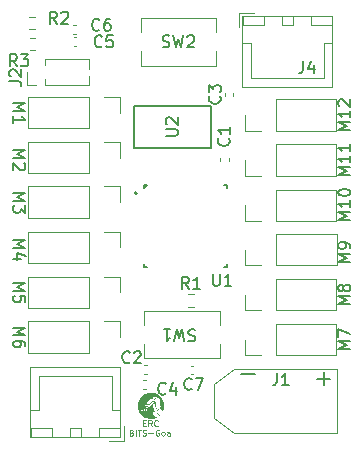
<source format=gbr>
%TF.GenerationSoftware,KiCad,Pcbnew,8.0.4-8.0.4-0~ubuntu22.04.1*%
%TF.CreationDate,2024-08-07T00:11:23+05:30*%
%TF.ProjectId,esp32Shield,65737033-3253-4686-9965-6c642e6b6963,rev?*%
%TF.SameCoordinates,Original*%
%TF.FileFunction,Legend,Top*%
%TF.FilePolarity,Positive*%
%FSLAX46Y46*%
G04 Gerber Fmt 4.6, Leading zero omitted, Abs format (unit mm)*
G04 Created by KiCad (PCBNEW 8.0.4-8.0.4-0~ubuntu22.04.1) date 2024-08-07 00:11:23*
%MOMM*%
%LPD*%
G01*
G04 APERTURE LIST*
%ADD10C,0.150000*%
%ADD11C,0.100000*%
%ADD12C,0.120000*%
%ADD13C,0.127000*%
%ADD14C,0.200000*%
%ADD15C,0.000000*%
G04 APERTURE END LIST*
D10*
X173454819Y-75685713D02*
X172454819Y-75685713D01*
X172454819Y-75685713D02*
X173169104Y-75352380D01*
X173169104Y-75352380D02*
X172454819Y-75019047D01*
X172454819Y-75019047D02*
X173454819Y-75019047D01*
X173454819Y-74019047D02*
X173454819Y-74590475D01*
X173454819Y-74304761D02*
X172454819Y-74304761D01*
X172454819Y-74304761D02*
X172597676Y-74399999D01*
X172597676Y-74399999D02*
X172692914Y-74495237D01*
X172692914Y-74495237D02*
X172740533Y-74590475D01*
X173454819Y-73066666D02*
X173454819Y-73638094D01*
X173454819Y-73352380D02*
X172454819Y-73352380D01*
X172454819Y-73352380D02*
X172597676Y-73447618D01*
X172597676Y-73447618D02*
X172692914Y-73542856D01*
X172692914Y-73542856D02*
X172740533Y-73638094D01*
X173454819Y-86609523D02*
X172454819Y-86609523D01*
X172454819Y-86609523D02*
X173169104Y-86276190D01*
X173169104Y-86276190D02*
X172454819Y-85942857D01*
X172454819Y-85942857D02*
X173454819Y-85942857D01*
X172883390Y-85323809D02*
X172835771Y-85419047D01*
X172835771Y-85419047D02*
X172788152Y-85466666D01*
X172788152Y-85466666D02*
X172692914Y-85514285D01*
X172692914Y-85514285D02*
X172645295Y-85514285D01*
X172645295Y-85514285D02*
X172550057Y-85466666D01*
X172550057Y-85466666D02*
X172502438Y-85419047D01*
X172502438Y-85419047D02*
X172454819Y-85323809D01*
X172454819Y-85323809D02*
X172454819Y-85133333D01*
X172454819Y-85133333D02*
X172502438Y-85038095D01*
X172502438Y-85038095D02*
X172550057Y-84990476D01*
X172550057Y-84990476D02*
X172645295Y-84942857D01*
X172645295Y-84942857D02*
X172692914Y-84942857D01*
X172692914Y-84942857D02*
X172788152Y-84990476D01*
X172788152Y-84990476D02*
X172835771Y-85038095D01*
X172835771Y-85038095D02*
X172883390Y-85133333D01*
X172883390Y-85133333D02*
X172883390Y-85323809D01*
X172883390Y-85323809D02*
X172931009Y-85419047D01*
X172931009Y-85419047D02*
X172978628Y-85466666D01*
X172978628Y-85466666D02*
X173073866Y-85514285D01*
X173073866Y-85514285D02*
X173264342Y-85514285D01*
X173264342Y-85514285D02*
X173359580Y-85466666D01*
X173359580Y-85466666D02*
X173407200Y-85419047D01*
X173407200Y-85419047D02*
X173454819Y-85323809D01*
X173454819Y-85323809D02*
X173454819Y-85133333D01*
X173454819Y-85133333D02*
X173407200Y-85038095D01*
X173407200Y-85038095D02*
X173359580Y-84990476D01*
X173359580Y-84990476D02*
X173264342Y-84942857D01*
X173264342Y-84942857D02*
X173073866Y-84942857D01*
X173073866Y-84942857D02*
X172978628Y-84990476D01*
X172978628Y-84990476D02*
X172931009Y-85038095D01*
X172931009Y-85038095D02*
X172883390Y-85133333D01*
X144945180Y-81190476D02*
X145945180Y-81190476D01*
X145945180Y-81190476D02*
X145230895Y-81523809D01*
X145230895Y-81523809D02*
X145945180Y-81857142D01*
X145945180Y-81857142D02*
X144945180Y-81857142D01*
X145611847Y-82761904D02*
X144945180Y-82761904D01*
X145992800Y-82523809D02*
X145278514Y-82285714D01*
X145278514Y-82285714D02*
X145278514Y-82904761D01*
X173454819Y-79485713D02*
X172454819Y-79485713D01*
X172454819Y-79485713D02*
X173169104Y-79152380D01*
X173169104Y-79152380D02*
X172454819Y-78819047D01*
X172454819Y-78819047D02*
X173454819Y-78819047D01*
X173454819Y-77819047D02*
X173454819Y-78390475D01*
X173454819Y-78104761D02*
X172454819Y-78104761D01*
X172454819Y-78104761D02*
X172597676Y-78199999D01*
X172597676Y-78199999D02*
X172692914Y-78295237D01*
X172692914Y-78295237D02*
X172740533Y-78390475D01*
X172454819Y-77199999D02*
X172454819Y-77104761D01*
X172454819Y-77104761D02*
X172502438Y-77009523D01*
X172502438Y-77009523D02*
X172550057Y-76961904D01*
X172550057Y-76961904D02*
X172645295Y-76914285D01*
X172645295Y-76914285D02*
X172835771Y-76866666D01*
X172835771Y-76866666D02*
X173073866Y-76866666D01*
X173073866Y-76866666D02*
X173264342Y-76914285D01*
X173264342Y-76914285D02*
X173359580Y-76961904D01*
X173359580Y-76961904D02*
X173407200Y-77009523D01*
X173407200Y-77009523D02*
X173454819Y-77104761D01*
X173454819Y-77104761D02*
X173454819Y-77199999D01*
X173454819Y-77199999D02*
X173407200Y-77295237D01*
X173407200Y-77295237D02*
X173359580Y-77342856D01*
X173359580Y-77342856D02*
X173264342Y-77390475D01*
X173264342Y-77390475D02*
X173073866Y-77438094D01*
X173073866Y-77438094D02*
X172835771Y-77438094D01*
X172835771Y-77438094D02*
X172645295Y-77390475D01*
X172645295Y-77390475D02*
X172550057Y-77342856D01*
X172550057Y-77342856D02*
X172502438Y-77295237D01*
X172502438Y-77295237D02*
X172454819Y-77199999D01*
X144945180Y-88590476D02*
X145945180Y-88590476D01*
X145945180Y-88590476D02*
X145230895Y-88923809D01*
X145230895Y-88923809D02*
X145945180Y-89257142D01*
X145945180Y-89257142D02*
X144945180Y-89257142D01*
X145945180Y-90161904D02*
X145945180Y-89971428D01*
X145945180Y-89971428D02*
X145897561Y-89876190D01*
X145897561Y-89876190D02*
X145849942Y-89828571D01*
X145849942Y-89828571D02*
X145707085Y-89733333D01*
X145707085Y-89733333D02*
X145516609Y-89685714D01*
X145516609Y-89685714D02*
X145135657Y-89685714D01*
X145135657Y-89685714D02*
X145040419Y-89733333D01*
X145040419Y-89733333D02*
X144992800Y-89780952D01*
X144992800Y-89780952D02*
X144945180Y-89876190D01*
X144945180Y-89876190D02*
X144945180Y-90066666D01*
X144945180Y-90066666D02*
X144992800Y-90161904D01*
X144992800Y-90161904D02*
X145040419Y-90209523D01*
X145040419Y-90209523D02*
X145135657Y-90257142D01*
X145135657Y-90257142D02*
X145373752Y-90257142D01*
X145373752Y-90257142D02*
X145468990Y-90209523D01*
X145468990Y-90209523D02*
X145516609Y-90161904D01*
X145516609Y-90161904D02*
X145564228Y-90066666D01*
X145564228Y-90066666D02*
X145564228Y-89876190D01*
X145564228Y-89876190D02*
X145516609Y-89780952D01*
X145516609Y-89780952D02*
X145468990Y-89733333D01*
X145468990Y-89733333D02*
X145373752Y-89685714D01*
X144945180Y-73590476D02*
X145945180Y-73590476D01*
X145945180Y-73590476D02*
X145230895Y-73923809D01*
X145230895Y-73923809D02*
X145945180Y-74257142D01*
X145945180Y-74257142D02*
X144945180Y-74257142D01*
X145849942Y-74685714D02*
X145897561Y-74733333D01*
X145897561Y-74733333D02*
X145945180Y-74828571D01*
X145945180Y-74828571D02*
X145945180Y-75066666D01*
X145945180Y-75066666D02*
X145897561Y-75161904D01*
X145897561Y-75161904D02*
X145849942Y-75209523D01*
X145849942Y-75209523D02*
X145754704Y-75257142D01*
X145754704Y-75257142D02*
X145659466Y-75257142D01*
X145659466Y-75257142D02*
X145516609Y-75209523D01*
X145516609Y-75209523D02*
X144945180Y-74638095D01*
X144945180Y-74638095D02*
X144945180Y-75257142D01*
X144945180Y-69590476D02*
X145945180Y-69590476D01*
X145945180Y-69590476D02*
X145230895Y-69923809D01*
X145230895Y-69923809D02*
X145945180Y-70257142D01*
X145945180Y-70257142D02*
X144945180Y-70257142D01*
X144945180Y-71257142D02*
X144945180Y-70685714D01*
X144945180Y-70971428D02*
X145945180Y-70971428D01*
X145945180Y-70971428D02*
X145802323Y-70876190D01*
X145802323Y-70876190D02*
X145707085Y-70780952D01*
X145707085Y-70780952D02*
X145659466Y-70685714D01*
X144945180Y-77190476D02*
X145945180Y-77190476D01*
X145945180Y-77190476D02*
X145230895Y-77523809D01*
X145230895Y-77523809D02*
X145945180Y-77857142D01*
X145945180Y-77857142D02*
X144945180Y-77857142D01*
X145945180Y-78238095D02*
X145945180Y-78857142D01*
X145945180Y-78857142D02*
X145564228Y-78523809D01*
X145564228Y-78523809D02*
X145564228Y-78666666D01*
X145564228Y-78666666D02*
X145516609Y-78761904D01*
X145516609Y-78761904D02*
X145468990Y-78809523D01*
X145468990Y-78809523D02*
X145373752Y-78857142D01*
X145373752Y-78857142D02*
X145135657Y-78857142D01*
X145135657Y-78857142D02*
X145040419Y-78809523D01*
X145040419Y-78809523D02*
X144992800Y-78761904D01*
X144992800Y-78761904D02*
X144945180Y-78666666D01*
X144945180Y-78666666D02*
X144945180Y-78380952D01*
X144945180Y-78380952D02*
X144992800Y-78285714D01*
X144992800Y-78285714D02*
X145040419Y-78238095D01*
X173454819Y-83009523D02*
X172454819Y-83009523D01*
X172454819Y-83009523D02*
X173169104Y-82676190D01*
X173169104Y-82676190D02*
X172454819Y-82342857D01*
X172454819Y-82342857D02*
X173454819Y-82342857D01*
X173454819Y-81819047D02*
X173454819Y-81628571D01*
X173454819Y-81628571D02*
X173407200Y-81533333D01*
X173407200Y-81533333D02*
X173359580Y-81485714D01*
X173359580Y-81485714D02*
X173216723Y-81390476D01*
X173216723Y-81390476D02*
X173026247Y-81342857D01*
X173026247Y-81342857D02*
X172645295Y-81342857D01*
X172645295Y-81342857D02*
X172550057Y-81390476D01*
X172550057Y-81390476D02*
X172502438Y-81438095D01*
X172502438Y-81438095D02*
X172454819Y-81533333D01*
X172454819Y-81533333D02*
X172454819Y-81723809D01*
X172454819Y-81723809D02*
X172502438Y-81819047D01*
X172502438Y-81819047D02*
X172550057Y-81866666D01*
X172550057Y-81866666D02*
X172645295Y-81914285D01*
X172645295Y-81914285D02*
X172883390Y-81914285D01*
X172883390Y-81914285D02*
X172978628Y-81866666D01*
X172978628Y-81866666D02*
X173026247Y-81819047D01*
X173026247Y-81819047D02*
X173073866Y-81723809D01*
X173073866Y-81723809D02*
X173073866Y-81533333D01*
X173073866Y-81533333D02*
X173026247Y-81438095D01*
X173026247Y-81438095D02*
X172978628Y-81390476D01*
X172978628Y-81390476D02*
X172883390Y-81342857D01*
X144945180Y-84790476D02*
X145945180Y-84790476D01*
X145945180Y-84790476D02*
X145230895Y-85123809D01*
X145230895Y-85123809D02*
X145945180Y-85457142D01*
X145945180Y-85457142D02*
X144945180Y-85457142D01*
X145945180Y-86409523D02*
X145945180Y-85933333D01*
X145945180Y-85933333D02*
X145468990Y-85885714D01*
X145468990Y-85885714D02*
X145516609Y-85933333D01*
X145516609Y-85933333D02*
X145564228Y-86028571D01*
X145564228Y-86028571D02*
X145564228Y-86266666D01*
X145564228Y-86266666D02*
X145516609Y-86361904D01*
X145516609Y-86361904D02*
X145468990Y-86409523D01*
X145468990Y-86409523D02*
X145373752Y-86457142D01*
X145373752Y-86457142D02*
X145135657Y-86457142D01*
X145135657Y-86457142D02*
X145040419Y-86409523D01*
X145040419Y-86409523D02*
X144992800Y-86361904D01*
X144992800Y-86361904D02*
X144945180Y-86266666D01*
X144945180Y-86266666D02*
X144945180Y-86028571D01*
X144945180Y-86028571D02*
X144992800Y-85933333D01*
X144992800Y-85933333D02*
X145040419Y-85885714D01*
X173454819Y-71885713D02*
X172454819Y-71885713D01*
X172454819Y-71885713D02*
X173169104Y-71552380D01*
X173169104Y-71552380D02*
X172454819Y-71219047D01*
X172454819Y-71219047D02*
X173454819Y-71219047D01*
X173454819Y-70219047D02*
X173454819Y-70790475D01*
X173454819Y-70504761D02*
X172454819Y-70504761D01*
X172454819Y-70504761D02*
X172597676Y-70599999D01*
X172597676Y-70599999D02*
X172692914Y-70695237D01*
X172692914Y-70695237D02*
X172740533Y-70790475D01*
X172550057Y-69838094D02*
X172502438Y-69790475D01*
X172502438Y-69790475D02*
X172454819Y-69695237D01*
X172454819Y-69695237D02*
X172454819Y-69457142D01*
X172454819Y-69457142D02*
X172502438Y-69361904D01*
X172502438Y-69361904D02*
X172550057Y-69314285D01*
X172550057Y-69314285D02*
X172645295Y-69266666D01*
X172645295Y-69266666D02*
X172740533Y-69266666D01*
X172740533Y-69266666D02*
X172883390Y-69314285D01*
X172883390Y-69314285D02*
X173454819Y-69885713D01*
X173454819Y-69885713D02*
X173454819Y-69266666D01*
D11*
X155927692Y-96666732D02*
X156094359Y-96666732D01*
X156165787Y-96928637D02*
X155927692Y-96928637D01*
X155927692Y-96928637D02*
X155927692Y-96428637D01*
X155927692Y-96428637D02*
X156165787Y-96428637D01*
X156665787Y-96928637D02*
X156499121Y-96690542D01*
X156380073Y-96928637D02*
X156380073Y-96428637D01*
X156380073Y-96428637D02*
X156570549Y-96428637D01*
X156570549Y-96428637D02*
X156618168Y-96452447D01*
X156618168Y-96452447D02*
X156641978Y-96476256D01*
X156641978Y-96476256D02*
X156665787Y-96523875D01*
X156665787Y-96523875D02*
X156665787Y-96595304D01*
X156665787Y-96595304D02*
X156641978Y-96642923D01*
X156641978Y-96642923D02*
X156618168Y-96666732D01*
X156618168Y-96666732D02*
X156570549Y-96690542D01*
X156570549Y-96690542D02*
X156380073Y-96690542D01*
X157165787Y-96881018D02*
X157141978Y-96904828D01*
X157141978Y-96904828D02*
X157070549Y-96928637D01*
X157070549Y-96928637D02*
X157022930Y-96928637D01*
X157022930Y-96928637D02*
X156951502Y-96904828D01*
X156951502Y-96904828D02*
X156903883Y-96857208D01*
X156903883Y-96857208D02*
X156880073Y-96809589D01*
X156880073Y-96809589D02*
X156856264Y-96714351D01*
X156856264Y-96714351D02*
X156856264Y-96642923D01*
X156856264Y-96642923D02*
X156880073Y-96547685D01*
X156880073Y-96547685D02*
X156903883Y-96500066D01*
X156903883Y-96500066D02*
X156951502Y-96452447D01*
X156951502Y-96452447D02*
X157022930Y-96428637D01*
X157022930Y-96428637D02*
X157070549Y-96428637D01*
X157070549Y-96428637D02*
X157141978Y-96452447D01*
X157141978Y-96452447D02*
X157165787Y-96476256D01*
X154951503Y-97471704D02*
X155022931Y-97495514D01*
X155022931Y-97495514D02*
X155046741Y-97519323D01*
X155046741Y-97519323D02*
X155070550Y-97566942D01*
X155070550Y-97566942D02*
X155070550Y-97638371D01*
X155070550Y-97638371D02*
X155046741Y-97685990D01*
X155046741Y-97685990D02*
X155022931Y-97709800D01*
X155022931Y-97709800D02*
X154975312Y-97733609D01*
X154975312Y-97733609D02*
X154784836Y-97733609D01*
X154784836Y-97733609D02*
X154784836Y-97233609D01*
X154784836Y-97233609D02*
X154951503Y-97233609D01*
X154951503Y-97233609D02*
X154999122Y-97257419D01*
X154999122Y-97257419D02*
X155022931Y-97281228D01*
X155022931Y-97281228D02*
X155046741Y-97328847D01*
X155046741Y-97328847D02*
X155046741Y-97376466D01*
X155046741Y-97376466D02*
X155022931Y-97424085D01*
X155022931Y-97424085D02*
X154999122Y-97447895D01*
X154999122Y-97447895D02*
X154951503Y-97471704D01*
X154951503Y-97471704D02*
X154784836Y-97471704D01*
X155284836Y-97733609D02*
X155284836Y-97233609D01*
X155451503Y-97233609D02*
X155737217Y-97233609D01*
X155594360Y-97733609D02*
X155594360Y-97233609D01*
X155880074Y-97709800D02*
X155951502Y-97733609D01*
X155951502Y-97733609D02*
X156070550Y-97733609D01*
X156070550Y-97733609D02*
X156118169Y-97709800D01*
X156118169Y-97709800D02*
X156141978Y-97685990D01*
X156141978Y-97685990D02*
X156165788Y-97638371D01*
X156165788Y-97638371D02*
X156165788Y-97590752D01*
X156165788Y-97590752D02*
X156141978Y-97543133D01*
X156141978Y-97543133D02*
X156118169Y-97519323D01*
X156118169Y-97519323D02*
X156070550Y-97495514D01*
X156070550Y-97495514D02*
X155975312Y-97471704D01*
X155975312Y-97471704D02*
X155927693Y-97447895D01*
X155927693Y-97447895D02*
X155903883Y-97424085D01*
X155903883Y-97424085D02*
X155880074Y-97376466D01*
X155880074Y-97376466D02*
X155880074Y-97328847D01*
X155880074Y-97328847D02*
X155903883Y-97281228D01*
X155903883Y-97281228D02*
X155927693Y-97257419D01*
X155927693Y-97257419D02*
X155975312Y-97233609D01*
X155975312Y-97233609D02*
X156094359Y-97233609D01*
X156094359Y-97233609D02*
X156165788Y-97257419D01*
X156380073Y-97543133D02*
X156761026Y-97543133D01*
X157261026Y-97257419D02*
X157213407Y-97233609D01*
X157213407Y-97233609D02*
X157141978Y-97233609D01*
X157141978Y-97233609D02*
X157070550Y-97257419D01*
X157070550Y-97257419D02*
X157022931Y-97305038D01*
X157022931Y-97305038D02*
X156999121Y-97352657D01*
X156999121Y-97352657D02*
X156975312Y-97447895D01*
X156975312Y-97447895D02*
X156975312Y-97519323D01*
X156975312Y-97519323D02*
X156999121Y-97614561D01*
X156999121Y-97614561D02*
X157022931Y-97662180D01*
X157022931Y-97662180D02*
X157070550Y-97709800D01*
X157070550Y-97709800D02*
X157141978Y-97733609D01*
X157141978Y-97733609D02*
X157189597Y-97733609D01*
X157189597Y-97733609D02*
X157261026Y-97709800D01*
X157261026Y-97709800D02*
X157284835Y-97685990D01*
X157284835Y-97685990D02*
X157284835Y-97519323D01*
X157284835Y-97519323D02*
X157189597Y-97519323D01*
X157570550Y-97733609D02*
X157522931Y-97709800D01*
X157522931Y-97709800D02*
X157499121Y-97685990D01*
X157499121Y-97685990D02*
X157475312Y-97638371D01*
X157475312Y-97638371D02*
X157475312Y-97495514D01*
X157475312Y-97495514D02*
X157499121Y-97447895D01*
X157499121Y-97447895D02*
X157522931Y-97424085D01*
X157522931Y-97424085D02*
X157570550Y-97400276D01*
X157570550Y-97400276D02*
X157641978Y-97400276D01*
X157641978Y-97400276D02*
X157689597Y-97424085D01*
X157689597Y-97424085D02*
X157713407Y-97447895D01*
X157713407Y-97447895D02*
X157737216Y-97495514D01*
X157737216Y-97495514D02*
X157737216Y-97638371D01*
X157737216Y-97638371D02*
X157713407Y-97685990D01*
X157713407Y-97685990D02*
X157689597Y-97709800D01*
X157689597Y-97709800D02*
X157641978Y-97733609D01*
X157641978Y-97733609D02*
X157570550Y-97733609D01*
X158165788Y-97733609D02*
X158165788Y-97471704D01*
X158165788Y-97471704D02*
X158141978Y-97424085D01*
X158141978Y-97424085D02*
X158094359Y-97400276D01*
X158094359Y-97400276D02*
X157999121Y-97400276D01*
X157999121Y-97400276D02*
X157951502Y-97424085D01*
X158165788Y-97709800D02*
X158118169Y-97733609D01*
X158118169Y-97733609D02*
X157999121Y-97733609D01*
X157999121Y-97733609D02*
X157951502Y-97709800D01*
X157951502Y-97709800D02*
X157927693Y-97662180D01*
X157927693Y-97662180D02*
X157927693Y-97614561D01*
X157927693Y-97614561D02*
X157951502Y-97566942D01*
X157951502Y-97566942D02*
X157999121Y-97543133D01*
X157999121Y-97543133D02*
X158118169Y-97543133D01*
X158118169Y-97543133D02*
X158165788Y-97519323D01*
D10*
X167266666Y-92454819D02*
X167266666Y-93169104D01*
X167266666Y-93169104D02*
X167219047Y-93311961D01*
X167219047Y-93311961D02*
X167123809Y-93407200D01*
X167123809Y-93407200D02*
X166980952Y-93454819D01*
X166980952Y-93454819D02*
X166885714Y-93454819D01*
X168266666Y-93454819D02*
X167695238Y-93454819D01*
X167980952Y-93454819D02*
X167980952Y-92454819D01*
X167980952Y-92454819D02*
X167885714Y-92597676D01*
X167885714Y-92597676D02*
X167790476Y-92692914D01*
X167790476Y-92692914D02*
X167695238Y-92740533D01*
X164228571Y-92514700D02*
X165371429Y-92514700D01*
X170628571Y-92914700D02*
X171771429Y-92914700D01*
X171200000Y-93486128D02*
X171200000Y-92343271D01*
X152233333Y-63359580D02*
X152185714Y-63407200D01*
X152185714Y-63407200D02*
X152042857Y-63454819D01*
X152042857Y-63454819D02*
X151947619Y-63454819D01*
X151947619Y-63454819D02*
X151804762Y-63407200D01*
X151804762Y-63407200D02*
X151709524Y-63311961D01*
X151709524Y-63311961D02*
X151661905Y-63216723D01*
X151661905Y-63216723D02*
X151614286Y-63026247D01*
X151614286Y-63026247D02*
X151614286Y-62883390D01*
X151614286Y-62883390D02*
X151661905Y-62692914D01*
X151661905Y-62692914D02*
X151709524Y-62597676D01*
X151709524Y-62597676D02*
X151804762Y-62502438D01*
X151804762Y-62502438D02*
X151947619Y-62454819D01*
X151947619Y-62454819D02*
X152042857Y-62454819D01*
X152042857Y-62454819D02*
X152185714Y-62502438D01*
X152185714Y-62502438D02*
X152233333Y-62550057D01*
X153090476Y-62454819D02*
X152900000Y-62454819D01*
X152900000Y-62454819D02*
X152804762Y-62502438D01*
X152804762Y-62502438D02*
X152757143Y-62550057D01*
X152757143Y-62550057D02*
X152661905Y-62692914D01*
X152661905Y-62692914D02*
X152614286Y-62883390D01*
X152614286Y-62883390D02*
X152614286Y-63264342D01*
X152614286Y-63264342D02*
X152661905Y-63359580D01*
X152661905Y-63359580D02*
X152709524Y-63407200D01*
X152709524Y-63407200D02*
X152804762Y-63454819D01*
X152804762Y-63454819D02*
X152995238Y-63454819D01*
X152995238Y-63454819D02*
X153090476Y-63407200D01*
X153090476Y-63407200D02*
X153138095Y-63359580D01*
X153138095Y-63359580D02*
X153185714Y-63264342D01*
X153185714Y-63264342D02*
X153185714Y-63026247D01*
X153185714Y-63026247D02*
X153138095Y-62931009D01*
X153138095Y-62931009D02*
X153090476Y-62883390D01*
X153090476Y-62883390D02*
X152995238Y-62835771D01*
X152995238Y-62835771D02*
X152804762Y-62835771D01*
X152804762Y-62835771D02*
X152709524Y-62883390D01*
X152709524Y-62883390D02*
X152661905Y-62931009D01*
X152661905Y-62931009D02*
X152614286Y-63026247D01*
X157854819Y-72361904D02*
X158664342Y-72361904D01*
X158664342Y-72361904D02*
X158759580Y-72314285D01*
X158759580Y-72314285D02*
X158807200Y-72266666D01*
X158807200Y-72266666D02*
X158854819Y-72171428D01*
X158854819Y-72171428D02*
X158854819Y-71980952D01*
X158854819Y-71980952D02*
X158807200Y-71885714D01*
X158807200Y-71885714D02*
X158759580Y-71838095D01*
X158759580Y-71838095D02*
X158664342Y-71790476D01*
X158664342Y-71790476D02*
X157854819Y-71790476D01*
X157950057Y-71361904D02*
X157902438Y-71314285D01*
X157902438Y-71314285D02*
X157854819Y-71219047D01*
X157854819Y-71219047D02*
X157854819Y-70980952D01*
X157854819Y-70980952D02*
X157902438Y-70885714D01*
X157902438Y-70885714D02*
X157950057Y-70838095D01*
X157950057Y-70838095D02*
X158045295Y-70790476D01*
X158045295Y-70790476D02*
X158140533Y-70790476D01*
X158140533Y-70790476D02*
X158283390Y-70838095D01*
X158283390Y-70838095D02*
X158854819Y-71409523D01*
X158854819Y-71409523D02*
X158854819Y-70790476D01*
X169466666Y-66054819D02*
X169466666Y-66769104D01*
X169466666Y-66769104D02*
X169419047Y-66911961D01*
X169419047Y-66911961D02*
X169323809Y-67007200D01*
X169323809Y-67007200D02*
X169180952Y-67054819D01*
X169180952Y-67054819D02*
X169085714Y-67054819D01*
X170371428Y-66388152D02*
X170371428Y-67054819D01*
X170133333Y-66007200D02*
X169895238Y-66721485D01*
X169895238Y-66721485D02*
X170514285Y-66721485D01*
X159803333Y-85304819D02*
X159470000Y-84828628D01*
X159231905Y-85304819D02*
X159231905Y-84304819D01*
X159231905Y-84304819D02*
X159612857Y-84304819D01*
X159612857Y-84304819D02*
X159708095Y-84352438D01*
X159708095Y-84352438D02*
X159755714Y-84400057D01*
X159755714Y-84400057D02*
X159803333Y-84495295D01*
X159803333Y-84495295D02*
X159803333Y-84638152D01*
X159803333Y-84638152D02*
X159755714Y-84733390D01*
X159755714Y-84733390D02*
X159708095Y-84781009D01*
X159708095Y-84781009D02*
X159612857Y-84828628D01*
X159612857Y-84828628D02*
X159231905Y-84828628D01*
X160755714Y-85304819D02*
X160184286Y-85304819D01*
X160470000Y-85304819D02*
X160470000Y-84304819D01*
X160470000Y-84304819D02*
X160374762Y-84447676D01*
X160374762Y-84447676D02*
X160279524Y-84542914D01*
X160279524Y-84542914D02*
X160184286Y-84590533D01*
X157833333Y-94159580D02*
X157785714Y-94207200D01*
X157785714Y-94207200D02*
X157642857Y-94254819D01*
X157642857Y-94254819D02*
X157547619Y-94254819D01*
X157547619Y-94254819D02*
X157404762Y-94207200D01*
X157404762Y-94207200D02*
X157309524Y-94111961D01*
X157309524Y-94111961D02*
X157261905Y-94016723D01*
X157261905Y-94016723D02*
X157214286Y-93826247D01*
X157214286Y-93826247D02*
X157214286Y-93683390D01*
X157214286Y-93683390D02*
X157261905Y-93492914D01*
X157261905Y-93492914D02*
X157309524Y-93397676D01*
X157309524Y-93397676D02*
X157404762Y-93302438D01*
X157404762Y-93302438D02*
X157547619Y-93254819D01*
X157547619Y-93254819D02*
X157642857Y-93254819D01*
X157642857Y-93254819D02*
X157785714Y-93302438D01*
X157785714Y-93302438D02*
X157833333Y-93350057D01*
X158690476Y-93588152D02*
X158690476Y-94254819D01*
X158452381Y-93207200D02*
X158214286Y-93921485D01*
X158214286Y-93921485D02*
X158833333Y-93921485D01*
X148633333Y-62854819D02*
X148300000Y-62378628D01*
X148061905Y-62854819D02*
X148061905Y-61854819D01*
X148061905Y-61854819D02*
X148442857Y-61854819D01*
X148442857Y-61854819D02*
X148538095Y-61902438D01*
X148538095Y-61902438D02*
X148585714Y-61950057D01*
X148585714Y-61950057D02*
X148633333Y-62045295D01*
X148633333Y-62045295D02*
X148633333Y-62188152D01*
X148633333Y-62188152D02*
X148585714Y-62283390D01*
X148585714Y-62283390D02*
X148538095Y-62331009D01*
X148538095Y-62331009D02*
X148442857Y-62378628D01*
X148442857Y-62378628D02*
X148061905Y-62378628D01*
X149014286Y-61950057D02*
X149061905Y-61902438D01*
X149061905Y-61902438D02*
X149157143Y-61854819D01*
X149157143Y-61854819D02*
X149395238Y-61854819D01*
X149395238Y-61854819D02*
X149490476Y-61902438D01*
X149490476Y-61902438D02*
X149538095Y-61950057D01*
X149538095Y-61950057D02*
X149585714Y-62045295D01*
X149585714Y-62045295D02*
X149585714Y-62140533D01*
X149585714Y-62140533D02*
X149538095Y-62283390D01*
X149538095Y-62283390D02*
X148966667Y-62854819D01*
X148966667Y-62854819D02*
X149585714Y-62854819D01*
X161838095Y-84054819D02*
X161838095Y-84864342D01*
X161838095Y-84864342D02*
X161885714Y-84959580D01*
X161885714Y-84959580D02*
X161933333Y-85007200D01*
X161933333Y-85007200D02*
X162028571Y-85054819D01*
X162028571Y-85054819D02*
X162219047Y-85054819D01*
X162219047Y-85054819D02*
X162314285Y-85007200D01*
X162314285Y-85007200D02*
X162361904Y-84959580D01*
X162361904Y-84959580D02*
X162409523Y-84864342D01*
X162409523Y-84864342D02*
X162409523Y-84054819D01*
X163409523Y-85054819D02*
X162838095Y-85054819D01*
X163123809Y-85054819D02*
X163123809Y-84054819D01*
X163123809Y-84054819D02*
X163028571Y-84197676D01*
X163028571Y-84197676D02*
X162933333Y-84292914D01*
X162933333Y-84292914D02*
X162838095Y-84340533D01*
X154795833Y-91509580D02*
X154748214Y-91557200D01*
X154748214Y-91557200D02*
X154605357Y-91604819D01*
X154605357Y-91604819D02*
X154510119Y-91604819D01*
X154510119Y-91604819D02*
X154367262Y-91557200D01*
X154367262Y-91557200D02*
X154272024Y-91461961D01*
X154272024Y-91461961D02*
X154224405Y-91366723D01*
X154224405Y-91366723D02*
X154176786Y-91176247D01*
X154176786Y-91176247D02*
X154176786Y-91033390D01*
X154176786Y-91033390D02*
X154224405Y-90842914D01*
X154224405Y-90842914D02*
X154272024Y-90747676D01*
X154272024Y-90747676D02*
X154367262Y-90652438D01*
X154367262Y-90652438D02*
X154510119Y-90604819D01*
X154510119Y-90604819D02*
X154605357Y-90604819D01*
X154605357Y-90604819D02*
X154748214Y-90652438D01*
X154748214Y-90652438D02*
X154795833Y-90700057D01*
X155176786Y-90700057D02*
X155224405Y-90652438D01*
X155224405Y-90652438D02*
X155319643Y-90604819D01*
X155319643Y-90604819D02*
X155557738Y-90604819D01*
X155557738Y-90604819D02*
X155652976Y-90652438D01*
X155652976Y-90652438D02*
X155700595Y-90700057D01*
X155700595Y-90700057D02*
X155748214Y-90795295D01*
X155748214Y-90795295D02*
X155748214Y-90890533D01*
X155748214Y-90890533D02*
X155700595Y-91033390D01*
X155700595Y-91033390D02*
X155129167Y-91604819D01*
X155129167Y-91604819D02*
X155748214Y-91604819D01*
X173454819Y-90409523D02*
X172454819Y-90409523D01*
X172454819Y-90409523D02*
X173169104Y-90076190D01*
X173169104Y-90076190D02*
X172454819Y-89742857D01*
X172454819Y-89742857D02*
X173454819Y-89742857D01*
X172454819Y-89361904D02*
X172454819Y-88695238D01*
X172454819Y-88695238D02*
X173454819Y-89123809D01*
X152433333Y-64759580D02*
X152385714Y-64807200D01*
X152385714Y-64807200D02*
X152242857Y-64854819D01*
X152242857Y-64854819D02*
X152147619Y-64854819D01*
X152147619Y-64854819D02*
X152004762Y-64807200D01*
X152004762Y-64807200D02*
X151909524Y-64711961D01*
X151909524Y-64711961D02*
X151861905Y-64616723D01*
X151861905Y-64616723D02*
X151814286Y-64426247D01*
X151814286Y-64426247D02*
X151814286Y-64283390D01*
X151814286Y-64283390D02*
X151861905Y-64092914D01*
X151861905Y-64092914D02*
X151909524Y-63997676D01*
X151909524Y-63997676D02*
X152004762Y-63902438D01*
X152004762Y-63902438D02*
X152147619Y-63854819D01*
X152147619Y-63854819D02*
X152242857Y-63854819D01*
X152242857Y-63854819D02*
X152385714Y-63902438D01*
X152385714Y-63902438D02*
X152433333Y-63950057D01*
X153338095Y-63854819D02*
X152861905Y-63854819D01*
X152861905Y-63854819D02*
X152814286Y-64331009D01*
X152814286Y-64331009D02*
X152861905Y-64283390D01*
X152861905Y-64283390D02*
X152957143Y-64235771D01*
X152957143Y-64235771D02*
X153195238Y-64235771D01*
X153195238Y-64235771D02*
X153290476Y-64283390D01*
X153290476Y-64283390D02*
X153338095Y-64331009D01*
X153338095Y-64331009D02*
X153385714Y-64426247D01*
X153385714Y-64426247D02*
X153385714Y-64664342D01*
X153385714Y-64664342D02*
X153338095Y-64759580D01*
X153338095Y-64759580D02*
X153290476Y-64807200D01*
X153290476Y-64807200D02*
X153195238Y-64854819D01*
X153195238Y-64854819D02*
X152957143Y-64854819D01*
X152957143Y-64854819D02*
X152861905Y-64807200D01*
X152861905Y-64807200D02*
X152814286Y-64759580D01*
X163159580Y-72566666D02*
X163207200Y-72614285D01*
X163207200Y-72614285D02*
X163254819Y-72757142D01*
X163254819Y-72757142D02*
X163254819Y-72852380D01*
X163254819Y-72852380D02*
X163207200Y-72995237D01*
X163207200Y-72995237D02*
X163111961Y-73090475D01*
X163111961Y-73090475D02*
X163016723Y-73138094D01*
X163016723Y-73138094D02*
X162826247Y-73185713D01*
X162826247Y-73185713D02*
X162683390Y-73185713D01*
X162683390Y-73185713D02*
X162492914Y-73138094D01*
X162492914Y-73138094D02*
X162397676Y-73090475D01*
X162397676Y-73090475D02*
X162302438Y-72995237D01*
X162302438Y-72995237D02*
X162254819Y-72852380D01*
X162254819Y-72852380D02*
X162254819Y-72757142D01*
X162254819Y-72757142D02*
X162302438Y-72614285D01*
X162302438Y-72614285D02*
X162350057Y-72566666D01*
X163254819Y-71614285D02*
X163254819Y-72185713D01*
X163254819Y-71899999D02*
X162254819Y-71899999D01*
X162254819Y-71899999D02*
X162397676Y-71995237D01*
X162397676Y-71995237D02*
X162492914Y-72090475D01*
X162492914Y-72090475D02*
X162540533Y-72185713D01*
X160333332Y-88792800D02*
X160190475Y-88745180D01*
X160190475Y-88745180D02*
X159952380Y-88745180D01*
X159952380Y-88745180D02*
X159857142Y-88792800D01*
X159857142Y-88792800D02*
X159809523Y-88840419D01*
X159809523Y-88840419D02*
X159761904Y-88935657D01*
X159761904Y-88935657D02*
X159761904Y-89030895D01*
X159761904Y-89030895D02*
X159809523Y-89126133D01*
X159809523Y-89126133D02*
X159857142Y-89173752D01*
X159857142Y-89173752D02*
X159952380Y-89221371D01*
X159952380Y-89221371D02*
X160142856Y-89268990D01*
X160142856Y-89268990D02*
X160238094Y-89316609D01*
X160238094Y-89316609D02*
X160285713Y-89364228D01*
X160285713Y-89364228D02*
X160333332Y-89459466D01*
X160333332Y-89459466D02*
X160333332Y-89554704D01*
X160333332Y-89554704D02*
X160285713Y-89649942D01*
X160285713Y-89649942D02*
X160238094Y-89697561D01*
X160238094Y-89697561D02*
X160142856Y-89745180D01*
X160142856Y-89745180D02*
X159904761Y-89745180D01*
X159904761Y-89745180D02*
X159761904Y-89697561D01*
X159428570Y-89745180D02*
X159190475Y-88745180D01*
X159190475Y-88745180D02*
X158999999Y-89459466D01*
X158999999Y-89459466D02*
X158809523Y-88745180D01*
X158809523Y-88745180D02*
X158571428Y-89745180D01*
X157666666Y-88745180D02*
X158238094Y-88745180D01*
X157952380Y-88745180D02*
X157952380Y-89745180D01*
X157952380Y-89745180D02*
X158047618Y-89602323D01*
X158047618Y-89602323D02*
X158142856Y-89507085D01*
X158142856Y-89507085D02*
X158238094Y-89459466D01*
X162399580Y-68999166D02*
X162447200Y-69046785D01*
X162447200Y-69046785D02*
X162494819Y-69189642D01*
X162494819Y-69189642D02*
X162494819Y-69284880D01*
X162494819Y-69284880D02*
X162447200Y-69427737D01*
X162447200Y-69427737D02*
X162351961Y-69522975D01*
X162351961Y-69522975D02*
X162256723Y-69570594D01*
X162256723Y-69570594D02*
X162066247Y-69618213D01*
X162066247Y-69618213D02*
X161923390Y-69618213D01*
X161923390Y-69618213D02*
X161732914Y-69570594D01*
X161732914Y-69570594D02*
X161637676Y-69522975D01*
X161637676Y-69522975D02*
X161542438Y-69427737D01*
X161542438Y-69427737D02*
X161494819Y-69284880D01*
X161494819Y-69284880D02*
X161494819Y-69189642D01*
X161494819Y-69189642D02*
X161542438Y-69046785D01*
X161542438Y-69046785D02*
X161590057Y-68999166D01*
X161494819Y-68665832D02*
X161494819Y-68046785D01*
X161494819Y-68046785D02*
X161875771Y-68380118D01*
X161875771Y-68380118D02*
X161875771Y-68237261D01*
X161875771Y-68237261D02*
X161923390Y-68142023D01*
X161923390Y-68142023D02*
X161971009Y-68094404D01*
X161971009Y-68094404D02*
X162066247Y-68046785D01*
X162066247Y-68046785D02*
X162304342Y-68046785D01*
X162304342Y-68046785D02*
X162399580Y-68094404D01*
X162399580Y-68094404D02*
X162447200Y-68142023D01*
X162447200Y-68142023D02*
X162494819Y-68237261D01*
X162494819Y-68237261D02*
X162494819Y-68522975D01*
X162494819Y-68522975D02*
X162447200Y-68618213D01*
X162447200Y-68618213D02*
X162399580Y-68665832D01*
X144609819Y-67733333D02*
X145324104Y-67733333D01*
X145324104Y-67733333D02*
X145466961Y-67780952D01*
X145466961Y-67780952D02*
X145562200Y-67876190D01*
X145562200Y-67876190D02*
X145609819Y-68019047D01*
X145609819Y-68019047D02*
X145609819Y-68114285D01*
X144705057Y-67304761D02*
X144657438Y-67257142D01*
X144657438Y-67257142D02*
X144609819Y-67161904D01*
X144609819Y-67161904D02*
X144609819Y-66923809D01*
X144609819Y-66923809D02*
X144657438Y-66828571D01*
X144657438Y-66828571D02*
X144705057Y-66780952D01*
X144705057Y-66780952D02*
X144800295Y-66733333D01*
X144800295Y-66733333D02*
X144895533Y-66733333D01*
X144895533Y-66733333D02*
X145038390Y-66780952D01*
X145038390Y-66780952D02*
X145609819Y-67352380D01*
X145609819Y-67352380D02*
X145609819Y-66733333D01*
X145233333Y-66454819D02*
X144900000Y-65978628D01*
X144661905Y-66454819D02*
X144661905Y-65454819D01*
X144661905Y-65454819D02*
X145042857Y-65454819D01*
X145042857Y-65454819D02*
X145138095Y-65502438D01*
X145138095Y-65502438D02*
X145185714Y-65550057D01*
X145185714Y-65550057D02*
X145233333Y-65645295D01*
X145233333Y-65645295D02*
X145233333Y-65788152D01*
X145233333Y-65788152D02*
X145185714Y-65883390D01*
X145185714Y-65883390D02*
X145138095Y-65931009D01*
X145138095Y-65931009D02*
X145042857Y-65978628D01*
X145042857Y-65978628D02*
X144661905Y-65978628D01*
X145566667Y-65454819D02*
X146185714Y-65454819D01*
X146185714Y-65454819D02*
X145852381Y-65835771D01*
X145852381Y-65835771D02*
X145995238Y-65835771D01*
X145995238Y-65835771D02*
X146090476Y-65883390D01*
X146090476Y-65883390D02*
X146138095Y-65931009D01*
X146138095Y-65931009D02*
X146185714Y-66026247D01*
X146185714Y-66026247D02*
X146185714Y-66264342D01*
X146185714Y-66264342D02*
X146138095Y-66359580D01*
X146138095Y-66359580D02*
X146090476Y-66407200D01*
X146090476Y-66407200D02*
X145995238Y-66454819D01*
X145995238Y-66454819D02*
X145709524Y-66454819D01*
X145709524Y-66454819D02*
X145614286Y-66407200D01*
X145614286Y-66407200D02*
X145566667Y-66359580D01*
X157576667Y-64807200D02*
X157719524Y-64854819D01*
X157719524Y-64854819D02*
X157957619Y-64854819D01*
X157957619Y-64854819D02*
X158052857Y-64807200D01*
X158052857Y-64807200D02*
X158100476Y-64759580D01*
X158100476Y-64759580D02*
X158148095Y-64664342D01*
X158148095Y-64664342D02*
X158148095Y-64569104D01*
X158148095Y-64569104D02*
X158100476Y-64473866D01*
X158100476Y-64473866D02*
X158052857Y-64426247D01*
X158052857Y-64426247D02*
X157957619Y-64378628D01*
X157957619Y-64378628D02*
X157767143Y-64331009D01*
X157767143Y-64331009D02*
X157671905Y-64283390D01*
X157671905Y-64283390D02*
X157624286Y-64235771D01*
X157624286Y-64235771D02*
X157576667Y-64140533D01*
X157576667Y-64140533D02*
X157576667Y-64045295D01*
X157576667Y-64045295D02*
X157624286Y-63950057D01*
X157624286Y-63950057D02*
X157671905Y-63902438D01*
X157671905Y-63902438D02*
X157767143Y-63854819D01*
X157767143Y-63854819D02*
X158005238Y-63854819D01*
X158005238Y-63854819D02*
X158148095Y-63902438D01*
X158481429Y-63854819D02*
X158719524Y-64854819D01*
X158719524Y-64854819D02*
X158910000Y-64140533D01*
X158910000Y-64140533D02*
X159100476Y-64854819D01*
X159100476Y-64854819D02*
X159338572Y-63854819D01*
X159671905Y-63950057D02*
X159719524Y-63902438D01*
X159719524Y-63902438D02*
X159814762Y-63854819D01*
X159814762Y-63854819D02*
X160052857Y-63854819D01*
X160052857Y-63854819D02*
X160148095Y-63902438D01*
X160148095Y-63902438D02*
X160195714Y-63950057D01*
X160195714Y-63950057D02*
X160243333Y-64045295D01*
X160243333Y-64045295D02*
X160243333Y-64140533D01*
X160243333Y-64140533D02*
X160195714Y-64283390D01*
X160195714Y-64283390D02*
X159624286Y-64854819D01*
X159624286Y-64854819D02*
X160243333Y-64854819D01*
X160033333Y-93759580D02*
X159985714Y-93807200D01*
X159985714Y-93807200D02*
X159842857Y-93854819D01*
X159842857Y-93854819D02*
X159747619Y-93854819D01*
X159747619Y-93854819D02*
X159604762Y-93807200D01*
X159604762Y-93807200D02*
X159509524Y-93711961D01*
X159509524Y-93711961D02*
X159461905Y-93616723D01*
X159461905Y-93616723D02*
X159414286Y-93426247D01*
X159414286Y-93426247D02*
X159414286Y-93283390D01*
X159414286Y-93283390D02*
X159461905Y-93092914D01*
X159461905Y-93092914D02*
X159509524Y-92997676D01*
X159509524Y-92997676D02*
X159604762Y-92902438D01*
X159604762Y-92902438D02*
X159747619Y-92854819D01*
X159747619Y-92854819D02*
X159842857Y-92854819D01*
X159842857Y-92854819D02*
X159985714Y-92902438D01*
X159985714Y-92902438D02*
X160033333Y-92950057D01*
X160366667Y-92854819D02*
X161033333Y-92854819D01*
X161033333Y-92854819D02*
X160604762Y-93854819D01*
D12*
%TO.C,M10*%
X164545000Y-79580000D02*
X164545000Y-78250000D01*
X165875000Y-79580000D02*
X164545000Y-79580000D01*
X167145000Y-76920000D02*
X172285000Y-76920000D01*
X167145000Y-79580000D02*
X167145000Y-76920000D01*
X167145000Y-79580000D02*
X172285000Y-79580000D01*
X172285000Y-79580000D02*
X172285000Y-76920000D01*
%TO.C,J1*%
X161890000Y-93390000D02*
X161890000Y-96210000D01*
X161890000Y-93390000D02*
X163590000Y-92090000D01*
X161890000Y-96210000D02*
X163590000Y-97510000D01*
X163590000Y-92090000D02*
X172310000Y-92090000D01*
X163590000Y-97510000D02*
X172310000Y-97510000D01*
X172310000Y-92090000D02*
X172310000Y-97510000D01*
%TO.C,M2*%
X146190000Y-72870000D02*
X146190000Y-75530000D01*
X151330000Y-72870000D02*
X146190000Y-72870000D01*
X151330000Y-72870000D02*
X151330000Y-75530000D01*
X151330000Y-75530000D02*
X146190000Y-75530000D01*
X152600000Y-72870000D02*
X153930000Y-72870000D01*
X153930000Y-72870000D02*
X153930000Y-74200000D01*
%TO.C,C6*%
X150004165Y-62970000D02*
X150235835Y-62970000D01*
X150004165Y-63690000D02*
X150235835Y-63690000D01*
%TO.C,M11*%
X164545000Y-75730000D02*
X164545000Y-74400000D01*
X165875000Y-75730000D02*
X164545000Y-75730000D01*
X167145000Y-73070000D02*
X172285000Y-73070000D01*
X167145000Y-75730000D02*
X167145000Y-73070000D01*
X167145000Y-75730000D02*
X172285000Y-75730000D01*
X172285000Y-75730000D02*
X172285000Y-73070000D01*
%TO.C,M6*%
X146190000Y-88070000D02*
X146190000Y-90730000D01*
X151330000Y-88070000D02*
X146190000Y-88070000D01*
X151330000Y-88070000D02*
X151330000Y-90730000D01*
X151330000Y-90730000D02*
X146190000Y-90730000D01*
X152600000Y-88070000D02*
X153930000Y-88070000D01*
X153930000Y-88070000D02*
X153930000Y-89400000D01*
D13*
%TO.C,U2*%
X155147500Y-69847500D02*
X161652500Y-69847500D01*
X155147500Y-73352500D02*
X155147500Y-69847500D01*
X161652500Y-69847500D02*
X161652500Y-73352500D01*
X161652500Y-73352500D02*
X155147500Y-73352500D01*
D14*
X156210000Y-76600000D02*
G75*
G02*
X156010000Y-76600000I-100000J0D01*
G01*
X156010000Y-76600000D02*
G75*
G02*
X156210000Y-76600000I100000J0D01*
G01*
D12*
%TO.C,M8*%
X164545000Y-87130000D02*
X164545000Y-85800000D01*
X165875000Y-87130000D02*
X164545000Y-87130000D01*
X167145000Y-84470000D02*
X172285000Y-84470000D01*
X167145000Y-87130000D02*
X167145000Y-84470000D01*
X167145000Y-87130000D02*
X172285000Y-87130000D01*
X172285000Y-87130000D02*
X172285000Y-84470000D01*
%TO.C,J4*%
X164050000Y-61925000D02*
X164050000Y-63175000D01*
X164340000Y-62215000D02*
X164340000Y-68185000D01*
X164340000Y-68185000D02*
X171960000Y-68185000D01*
X164350000Y-62225000D02*
X164350000Y-62975000D01*
X164350000Y-62975000D02*
X166150000Y-62975000D01*
X164350000Y-64475000D02*
X165100000Y-64475000D01*
X165100000Y-64475000D02*
X165100000Y-67425000D01*
X165100000Y-67425000D02*
X168150000Y-67425000D01*
X165300000Y-61925000D02*
X164050000Y-61925000D01*
X166150000Y-62225000D02*
X164350000Y-62225000D01*
X166150000Y-62975000D02*
X166150000Y-62225000D01*
X167650000Y-62225000D02*
X167650000Y-62975000D01*
X167650000Y-62975000D02*
X168650000Y-62975000D01*
X168650000Y-62225000D02*
X167650000Y-62225000D01*
X168650000Y-62975000D02*
X168650000Y-62225000D01*
X170150000Y-62225000D02*
X170150000Y-62975000D01*
X170150000Y-62975000D02*
X171950000Y-62975000D01*
X171200000Y-64475000D02*
X171200000Y-67425000D01*
X171200000Y-67425000D02*
X168150000Y-67425000D01*
X171950000Y-62225000D02*
X170150000Y-62225000D01*
X171950000Y-62975000D02*
X171950000Y-62225000D01*
X171950000Y-64475000D02*
X171200000Y-64475000D01*
X171960000Y-62215000D02*
X164340000Y-62215000D01*
X171960000Y-68185000D02*
X171960000Y-62215000D01*
%TO.C,M5*%
X146190000Y-84270000D02*
X146190000Y-86930000D01*
X151330000Y-84270000D02*
X146190000Y-84270000D01*
X151330000Y-84270000D02*
X151330000Y-86930000D01*
X151330000Y-86930000D02*
X146190000Y-86930000D01*
X152600000Y-84270000D02*
X153930000Y-84270000D01*
X153930000Y-84270000D02*
X153930000Y-85600000D01*
%TO.C,M9*%
X164590000Y-83330000D02*
X164590000Y-82000000D01*
X165920000Y-83330000D02*
X164590000Y-83330000D01*
X167190000Y-80670000D02*
X172330000Y-80670000D01*
X167190000Y-83330000D02*
X167190000Y-80670000D01*
X167190000Y-83330000D02*
X172330000Y-83330000D01*
X172330000Y-83330000D02*
X172330000Y-80670000D01*
%TO.C,R1*%
X159732742Y-85757500D02*
X160207258Y-85757500D01*
X159732742Y-86802500D02*
X160207258Y-86802500D01*
%TO.C,M3*%
X146190000Y-76620000D02*
X146190000Y-79280000D01*
X151330000Y-76620000D02*
X146190000Y-76620000D01*
X151330000Y-76620000D02*
X151330000Y-79280000D01*
X151330000Y-79280000D02*
X146190000Y-79280000D01*
X152600000Y-76620000D02*
X153930000Y-76620000D01*
X153930000Y-76620000D02*
X153930000Y-77950000D01*
%TO.C,C4*%
X155916665Y-93040000D02*
X156148335Y-93040000D01*
X155916665Y-93760000D02*
X156148335Y-93760000D01*
%TO.C,R2*%
X146292742Y-62297500D02*
X146767258Y-62297500D01*
X146292742Y-63342500D02*
X146767258Y-63342500D01*
D14*
%TO.C,U1*%
X155412500Y-77200000D02*
G75*
G02*
X155212500Y-77200000I-100000J0D01*
G01*
X155212500Y-77200000D02*
G75*
G02*
X155412500Y-77200000I100000J0D01*
G01*
D13*
X163012500Y-83500000D02*
X162757500Y-83500000D01*
X163012500Y-83245000D02*
X163012500Y-83500000D01*
X163012500Y-76755000D02*
X163012500Y-76500000D01*
X163012500Y-76500000D02*
X162757500Y-76500000D01*
X156012500Y-83500000D02*
X156267500Y-83500000D01*
X156012500Y-83245000D02*
X156012500Y-83500000D01*
X156012500Y-76755000D02*
X156012500Y-76500000D01*
X156012500Y-76500000D02*
X156267500Y-76500000D01*
D12*
%TO.C,C2*%
X156014165Y-91790000D02*
X156245835Y-91790000D01*
X156014165Y-92510000D02*
X156245835Y-92510000D01*
%TO.C,M7*%
X164545000Y-90930000D02*
X164545000Y-89600000D01*
X165875000Y-90930000D02*
X164545000Y-90930000D01*
X167145000Y-88270000D02*
X172285000Y-88270000D01*
X167145000Y-90930000D02*
X167145000Y-88270000D01*
X167145000Y-90930000D02*
X172285000Y-90930000D01*
X172285000Y-90930000D02*
X172285000Y-88270000D01*
%TO.C,M4*%
X146190000Y-80470000D02*
X146190000Y-83130000D01*
X151330000Y-80470000D02*
X146190000Y-80470000D01*
X151330000Y-80470000D02*
X151330000Y-83130000D01*
X151330000Y-83130000D02*
X146190000Y-83130000D01*
X152600000Y-80470000D02*
X153930000Y-80470000D01*
X153930000Y-80470000D02*
X153930000Y-81800000D01*
D15*
%TO.C,R5*%
G36*
X156116059Y-95510689D02*
G01*
X156122139Y-95511042D01*
X156126806Y-95511815D01*
X156131011Y-95513160D01*
X156135241Y-95515012D01*
X156147251Y-95522367D01*
X156157101Y-95531902D01*
X156164635Y-95543160D01*
X156169700Y-95555686D01*
X156172142Y-95569022D01*
X156171804Y-95582711D01*
X156168533Y-95596298D01*
X156165300Y-95603814D01*
X156159468Y-95612715D01*
X156151522Y-95621237D01*
X156142446Y-95628488D01*
X156133222Y-95633572D01*
X156132111Y-95634009D01*
X156122389Y-95636681D01*
X156111506Y-95638138D01*
X156100949Y-95638249D01*
X156094211Y-95637384D01*
X156081034Y-95632931D01*
X156069050Y-95625667D01*
X156058823Y-95616034D01*
X156050919Y-95604474D01*
X156050103Y-95602876D01*
X156047692Y-95597770D01*
X156046123Y-95593567D01*
X156045218Y-95589293D01*
X156044794Y-95583977D01*
X156044673Y-95576646D01*
X156044669Y-95573580D01*
X156044738Y-95565277D01*
X156045057Y-95559337D01*
X156045789Y-95554813D01*
X156047097Y-95550755D01*
X156049146Y-95546216D01*
X156049538Y-95545414D01*
X156057103Y-95533597D01*
X156067118Y-95523481D01*
X156078868Y-95515778D01*
X156079477Y-95515474D01*
X156084179Y-95513295D01*
X156088252Y-95511883D01*
X156092648Y-95511073D01*
X156098315Y-95510703D01*
X156106204Y-95510606D01*
X156107618Y-95510605D01*
X156116059Y-95510689D01*
G37*
G36*
X156654608Y-94096880D02*
G01*
X156714275Y-94101479D01*
X156750931Y-94105924D01*
X156810543Y-94115823D01*
X156869240Y-94128872D01*
X156926915Y-94145008D01*
X156983459Y-94164166D01*
X157038765Y-94186284D01*
X157092727Y-94211298D01*
X157145236Y-94239145D01*
X157196184Y-94269761D01*
X157245466Y-94303084D01*
X157292972Y-94339049D01*
X157338597Y-94377594D01*
X157382231Y-94418655D01*
X157423768Y-94462168D01*
X157463101Y-94508071D01*
X157489051Y-94541306D01*
X157524150Y-94590721D01*
X157556254Y-94641533D01*
X157585367Y-94693750D01*
X157611492Y-94747385D01*
X157634634Y-94802446D01*
X157654797Y-94858945D01*
X157671984Y-94916891D01*
X157686200Y-94976296D01*
X157697449Y-95037169D01*
X157705735Y-95099521D01*
X157706543Y-95107233D01*
X157707497Y-95118974D01*
X157708281Y-95133440D01*
X157708894Y-95150098D01*
X157709338Y-95168411D01*
X157709613Y-95187847D01*
X157709717Y-95207871D01*
X157709653Y-95227948D01*
X157709419Y-95247544D01*
X157709016Y-95266126D01*
X157708443Y-95283158D01*
X157707702Y-95298106D01*
X157706792Y-95310436D01*
X157706494Y-95313474D01*
X157699131Y-95371372D01*
X157689422Y-95427230D01*
X157677258Y-95481454D01*
X157662529Y-95534451D01*
X157645125Y-95586625D01*
X157624936Y-95638382D01*
X157608242Y-95676427D01*
X157604449Y-95684451D01*
X157601045Y-95691210D01*
X157598293Y-95696217D01*
X157596455Y-95698984D01*
X157595886Y-95699360D01*
X157594557Y-95698000D01*
X157591218Y-95694381D01*
X157586062Y-95688720D01*
X157579285Y-95681233D01*
X157571081Y-95672135D01*
X157561643Y-95661641D01*
X157551168Y-95649967D01*
X157539847Y-95637328D01*
X157527877Y-95623941D01*
X157527227Y-95623213D01*
X157511805Y-95605984D01*
X157498350Y-95591045D01*
X157486649Y-95578189D01*
X157476492Y-95567212D01*
X157467667Y-95557907D01*
X157459962Y-95550067D01*
X157453166Y-95543486D01*
X157447067Y-95537958D01*
X157441455Y-95533277D01*
X157436116Y-95529236D01*
X157430841Y-95525629D01*
X157425416Y-95522250D01*
X157421110Y-95519734D01*
X157398746Y-95508815D01*
X157375267Y-95500901D01*
X157351023Y-95496023D01*
X157326363Y-95494213D01*
X157301634Y-95495504D01*
X157277185Y-95499927D01*
X157260127Y-95505008D01*
X157236770Y-95514873D01*
X157215188Y-95527440D01*
X157195556Y-95542508D01*
X157178047Y-95559879D01*
X157162833Y-95579353D01*
X157150089Y-95600733D01*
X157139987Y-95623819D01*
X157132701Y-95648412D01*
X157131857Y-95652241D01*
X157130122Y-95663170D01*
X157128991Y-95675964D01*
X157128488Y-95689536D01*
X157128634Y-95702802D01*
X157129452Y-95714677D01*
X157130436Y-95721579D01*
X157135346Y-95741965D01*
X157142257Y-95762094D01*
X157150807Y-95781102D01*
X157160635Y-95798123D01*
X157165184Y-95804644D01*
X157167513Y-95807532D01*
X157171873Y-95812680D01*
X157178083Y-95819883D01*
X157185960Y-95828934D01*
X157195326Y-95839627D01*
X157205997Y-95851756D01*
X157217792Y-95865115D01*
X157230532Y-95879497D01*
X157244034Y-95894697D01*
X157258117Y-95910508D01*
X157265582Y-95918872D01*
X157357990Y-96022333D01*
X157343245Y-96036024D01*
X157337406Y-96041320D01*
X157332350Y-96045671D01*
X157328612Y-96048634D01*
X157326727Y-96049763D01*
X157326712Y-96049764D01*
X157324781Y-96048567D01*
X157320731Y-96044990D01*
X157314650Y-96039125D01*
X157306625Y-96031063D01*
X157296744Y-96020896D01*
X157285094Y-96008715D01*
X157271763Y-95994613D01*
X157256840Y-95978680D01*
X157240410Y-95961008D01*
X157222562Y-95941690D01*
X157203383Y-95920816D01*
X157201670Y-95918946D01*
X157185774Y-95901584D01*
X157171959Y-95886467D01*
X157160064Y-95873406D01*
X157149926Y-95862208D01*
X157141381Y-95852685D01*
X157134266Y-95844645D01*
X157128420Y-95837897D01*
X157123678Y-95832251D01*
X157119878Y-95827516D01*
X157116857Y-95823502D01*
X157114453Y-95820017D01*
X157112502Y-95816871D01*
X157110841Y-95813874D01*
X157109308Y-95810835D01*
X157109301Y-95810820D01*
X157107042Y-95806029D01*
X157105093Y-95801413D01*
X157103374Y-95796595D01*
X157101807Y-95791200D01*
X157100313Y-95784851D01*
X157098814Y-95777172D01*
X157097230Y-95767788D01*
X157095483Y-95756322D01*
X157093494Y-95742398D01*
X157091184Y-95725641D01*
X157090663Y-95721816D01*
X157088899Y-95709031D01*
X157087232Y-95697306D01*
X157085724Y-95687042D01*
X157084435Y-95678641D01*
X157083427Y-95672507D01*
X157082760Y-95669040D01*
X157082566Y-95668421D01*
X157080801Y-95668427D01*
X157076008Y-95668827D01*
X157068445Y-95669591D01*
X157058370Y-95670688D01*
X157046041Y-95672089D01*
X157031715Y-95673765D01*
X157015652Y-95675685D01*
X156998108Y-95677820D01*
X156979342Y-95680139D01*
X156959611Y-95682614D01*
X156959470Y-95682632D01*
X156837375Y-95698057D01*
X156836442Y-95692957D01*
X156835940Y-95690172D01*
X156834928Y-95684534D01*
X156833479Y-95676452D01*
X156831668Y-95666333D01*
X156829566Y-95654587D01*
X156827247Y-95641621D01*
X156825068Y-95629430D01*
X156822643Y-95615951D01*
X156820375Y-95603527D01*
X156818336Y-95592532D01*
X156816596Y-95583335D01*
X156815224Y-95576308D01*
X156814292Y-95571823D01*
X156813877Y-95570254D01*
X156811750Y-95570054D01*
X156807157Y-95570661D01*
X156800796Y-95571903D01*
X156793368Y-95573607D01*
X156785570Y-95575599D01*
X156778103Y-95577708D01*
X156771663Y-95579761D01*
X156766952Y-95581586D01*
X156765893Y-95582109D01*
X156757571Y-95587829D01*
X156749462Y-95595484D01*
X156742437Y-95604102D01*
X156737367Y-95612711D01*
X156736422Y-95614973D01*
X156735316Y-95618286D01*
X156734430Y-95621889D01*
X156733785Y-95625966D01*
X156733403Y-95630704D01*
X156733305Y-95636289D01*
X156733514Y-95642905D01*
X156734050Y-95650738D01*
X156734936Y-95659975D01*
X156736192Y-95670801D01*
X156737841Y-95683401D01*
X156739904Y-95697962D01*
X156742403Y-95714668D01*
X156745359Y-95733705D01*
X156748793Y-95755260D01*
X156752728Y-95779517D01*
X156757185Y-95806663D01*
X156762186Y-95836883D01*
X156762322Y-95837704D01*
X156780041Y-95944481D01*
X156789797Y-95956148D01*
X156808699Y-95977887D01*
X156829873Y-96000704D01*
X156852717Y-96024024D01*
X156876632Y-96047270D01*
X156901015Y-96069869D01*
X156925267Y-96091246D01*
X156948787Y-96110825D01*
X156963230Y-96122187D01*
X156980666Y-96135027D01*
X156998920Y-96147501D01*
X157017498Y-96159324D01*
X157035905Y-96170210D01*
X157053646Y-96179872D01*
X157070227Y-96188025D01*
X157085154Y-96194384D01*
X157092856Y-96197136D01*
X157096803Y-96198905D01*
X157098942Y-96200802D01*
X157099068Y-96201265D01*
X157097572Y-96202968D01*
X157093307Y-96205692D01*
X157086604Y-96209296D01*
X157077795Y-96213635D01*
X157067211Y-96218566D01*
X157055186Y-96223947D01*
X157042050Y-96229634D01*
X157028135Y-96235484D01*
X157013774Y-96241355D01*
X156999298Y-96247102D01*
X156985039Y-96252583D01*
X156971329Y-96257655D01*
X156958499Y-96262175D01*
X156955270Y-96263269D01*
X156896909Y-96281143D01*
X156838010Y-96295787D01*
X156778412Y-96307233D01*
X156717957Y-96315512D01*
X156670019Y-96319798D01*
X156662803Y-96320163D01*
X156652846Y-96320474D01*
X156640720Y-96320730D01*
X156626999Y-96320928D01*
X156612253Y-96321066D01*
X156597055Y-96321141D01*
X156581978Y-96321153D01*
X156567593Y-96321097D01*
X156554473Y-96320973D01*
X156543190Y-96320777D01*
X156534316Y-96320508D01*
X156530868Y-96320340D01*
X156473631Y-96315400D01*
X156416147Y-96307362D01*
X156358899Y-96296329D01*
X156302368Y-96282403D01*
X156247035Y-96265685D01*
X156207011Y-96251528D01*
X156150527Y-96228488D01*
X156095624Y-96202559D01*
X156042391Y-96173810D01*
X155990918Y-96142307D01*
X155941295Y-96108118D01*
X155893611Y-96071311D01*
X155847958Y-96031952D01*
X155804424Y-95990110D01*
X155795305Y-95980343D01*
X156070289Y-95980343D01*
X156070345Y-95980613D01*
X156072665Y-95979336D01*
X156077669Y-95976599D01*
X156085131Y-95972525D01*
X156094827Y-95967237D01*
X156106529Y-95960858D01*
X156120013Y-95953511D01*
X156135052Y-95945320D01*
X156151420Y-95936407D01*
X156168891Y-95926896D01*
X156187241Y-95916909D01*
X156198728Y-95910658D01*
X156217457Y-95900451D01*
X156235406Y-95890638D01*
X156252354Y-95881343D01*
X156268079Y-95872687D01*
X156282360Y-95864795D01*
X156294974Y-95857789D01*
X156305699Y-95851792D01*
X156314314Y-95846928D01*
X156320598Y-95843319D01*
X156324327Y-95841088D01*
X156325260Y-95840451D01*
X156329919Y-95834691D01*
X156333790Y-95826935D01*
X156336328Y-95818491D01*
X156337035Y-95812111D01*
X156336723Y-95809048D01*
X156335744Y-95804156D01*
X156334047Y-95797252D01*
X156331581Y-95788153D01*
X156328292Y-95776675D01*
X156324130Y-95762634D01*
X156319044Y-95745846D01*
X156312981Y-95726129D01*
X156311789Y-95722275D01*
X156306895Y-95706550D01*
X156302270Y-95691837D01*
X156298010Y-95678429D01*
X156294210Y-95666620D01*
X156290965Y-95656704D01*
X156288372Y-95648974D01*
X156286526Y-95643724D01*
X156285521Y-95641248D01*
X156285388Y-95641091D01*
X156283969Y-95642283D01*
X156280431Y-95645510D01*
X156275048Y-95650513D01*
X156268095Y-95657035D01*
X156259846Y-95664819D01*
X156250575Y-95673608D01*
X156240556Y-95683145D01*
X156240517Y-95683182D01*
X156196784Y-95724891D01*
X156213009Y-95772636D01*
X156229233Y-95820381D01*
X156146890Y-95902123D01*
X156133371Y-95915578D01*
X156120704Y-95928252D01*
X156109060Y-95939971D01*
X156098610Y-95950557D01*
X156089526Y-95959834D01*
X156081981Y-95967628D01*
X156076145Y-95973761D01*
X156072191Y-95978058D01*
X156070289Y-95980343D01*
X155795305Y-95980343D01*
X155763100Y-95945851D01*
X155724075Y-95899244D01*
X155705428Y-95875048D01*
X155672627Y-95828722D01*
X155642014Y-95780292D01*
X155613787Y-95730146D01*
X155588144Y-95678674D01*
X155565281Y-95626265D01*
X155545398Y-95573308D01*
X155544860Y-95571649D01*
X155771175Y-95571649D01*
X155771242Y-95575832D01*
X155771643Y-95581092D01*
X155772402Y-95587639D01*
X155773545Y-95595679D01*
X155775098Y-95605421D01*
X155777087Y-95617073D01*
X155779536Y-95630843D01*
X155782473Y-95646939D01*
X155785922Y-95665570D01*
X155789908Y-95686942D01*
X155794459Y-95711265D01*
X155796849Y-95724038D01*
X155802054Y-95751774D01*
X155806697Y-95776321D01*
X155810791Y-95797750D01*
X155814352Y-95816134D01*
X155817395Y-95831546D01*
X155819933Y-95844059D01*
X155821982Y-95853743D01*
X155823555Y-95860674D01*
X155824669Y-95864922D01*
X155825336Y-95866560D01*
X155825509Y-95866415D01*
X155825865Y-95864013D01*
X155826511Y-95858596D01*
X155827415Y-95850448D01*
X155828551Y-95839851D01*
X155829887Y-95827088D01*
X155831394Y-95812443D01*
X155833043Y-95796199D01*
X155834804Y-95778638D01*
X155836648Y-95760044D01*
X155837636Y-95749999D01*
X155839491Y-95731125D01*
X155841256Y-95713247D01*
X155842903Y-95696635D01*
X155844407Y-95681557D01*
X155845739Y-95668282D01*
X155846874Y-95657077D01*
X155847783Y-95648212D01*
X155848440Y-95641956D01*
X155848817Y-95638576D01*
X155848897Y-95638040D01*
X155850498Y-95637547D01*
X155854861Y-95636239D01*
X155861568Y-95634241D01*
X155863979Y-95633525D01*
X155967212Y-95633525D01*
X155972959Y-95637908D01*
X155977472Y-95640806D01*
X155984783Y-95644806D01*
X155994617Y-95649776D01*
X156006696Y-95655587D01*
X156020744Y-95662107D01*
X156036484Y-95669207D01*
X156053639Y-95676755D01*
X156071933Y-95684622D01*
X156072830Y-95685003D01*
X156090368Y-95692451D01*
X156105083Y-95698694D01*
X156117201Y-95703829D01*
X156126949Y-95707948D01*
X156134550Y-95711148D01*
X156140232Y-95713524D01*
X156144219Y-95715169D01*
X156146737Y-95716179D01*
X156148012Y-95716649D01*
X156148233Y-95716709D01*
X156149532Y-95715597D01*
X156152950Y-95712352D01*
X156158270Y-95707188D01*
X156165273Y-95700319D01*
X156173742Y-95691961D01*
X156183459Y-95682327D01*
X156194206Y-95671634D01*
X156205765Y-95660095D01*
X156211596Y-95654261D01*
X156225283Y-95640551D01*
X156236811Y-95628977D01*
X156246365Y-95619336D01*
X156254131Y-95611421D01*
X156260294Y-95605029D01*
X156265039Y-95599953D01*
X156268551Y-95595990D01*
X156271015Y-95592934D01*
X156272617Y-95590581D01*
X156273542Y-95588725D01*
X156273975Y-95587161D01*
X156274101Y-95585686D01*
X156274107Y-95585099D01*
X156273788Y-95581734D01*
X156272903Y-95575735D01*
X156271562Y-95567682D01*
X156269877Y-95558159D01*
X156267959Y-95547746D01*
X156265919Y-95537027D01*
X156263867Y-95526582D01*
X156261914Y-95516994D01*
X156260173Y-95508845D01*
X156258753Y-95502716D01*
X156257766Y-95499190D01*
X156257669Y-95498937D01*
X156256397Y-95497753D01*
X156253156Y-95495741D01*
X156247816Y-95492839D01*
X156240250Y-95488984D01*
X156230331Y-95484114D01*
X156217932Y-95478167D01*
X156202925Y-95471080D01*
X156185181Y-95462791D01*
X156164575Y-95453237D01*
X156158031Y-95450215D01*
X156059800Y-95404877D01*
X156019103Y-95425438D01*
X156006060Y-95432052D01*
X155995664Y-95437456D01*
X155987602Y-95441928D01*
X155981561Y-95445747D01*
X155977228Y-95449191D01*
X155974289Y-95452537D01*
X155972432Y-95456065D01*
X155971344Y-95460051D01*
X155970711Y-95464774D01*
X155970366Y-95468726D01*
X155970139Y-95472884D01*
X155969882Y-95479956D01*
X155969604Y-95489542D01*
X155969316Y-95501245D01*
X155969026Y-95514664D01*
X155968744Y-95529401D01*
X155968479Y-95545057D01*
X155968297Y-95557156D01*
X155967212Y-95633525D01*
X155863979Y-95633525D01*
X155870204Y-95631676D01*
X155880351Y-95628668D01*
X155891437Y-95625388D01*
X155933679Y-95612899D01*
X155934114Y-95552227D01*
X155934176Y-95538420D01*
X155934164Y-95525715D01*
X155934083Y-95514480D01*
X155933938Y-95505079D01*
X155933736Y-95497881D01*
X155933481Y-95493251D01*
X155933180Y-95491556D01*
X155933170Y-95491554D01*
X155930792Y-95492134D01*
X155925712Y-95493775D01*
X155918316Y-95496334D01*
X155908986Y-95499665D01*
X155898108Y-95503623D01*
X155886064Y-95508063D01*
X155873241Y-95512840D01*
X155860020Y-95517809D01*
X155846788Y-95522824D01*
X155833927Y-95527742D01*
X155821822Y-95532417D01*
X155810857Y-95536703D01*
X155801416Y-95540457D01*
X155793883Y-95543532D01*
X155788643Y-95545783D01*
X155786079Y-95547067D01*
X155786009Y-95547117D01*
X155781238Y-95551519D01*
X155776888Y-95556713D01*
X155776322Y-95557537D01*
X155774932Y-95559621D01*
X155773720Y-95561536D01*
X155772712Y-95563488D01*
X155771935Y-95565685D01*
X155771414Y-95568336D01*
X155771175Y-95571649D01*
X155544860Y-95571649D01*
X155533657Y-95537110D01*
X155517376Y-95477846D01*
X155504341Y-95418125D01*
X155498273Y-95380855D01*
X156111410Y-95380855D01*
X156113151Y-95381805D01*
X156117532Y-95383958D01*
X156124187Y-95387144D01*
X156132745Y-95391192D01*
X156142839Y-95395933D01*
X156154101Y-95401194D01*
X156166160Y-95406807D01*
X156178650Y-95412599D01*
X156191202Y-95418401D01*
X156203446Y-95424042D01*
X156215015Y-95429352D01*
X156225539Y-95434160D01*
X156234651Y-95438295D01*
X156241982Y-95441587D01*
X156247164Y-95443865D01*
X156249827Y-95444959D01*
X156250082Y-95445031D01*
X156251354Y-95443719D01*
X156254203Y-95439948D01*
X156258406Y-95434042D01*
X156263737Y-95426324D01*
X156269974Y-95417117D01*
X156276893Y-95406742D01*
X156281888Y-95399163D01*
X156289322Y-95387749D01*
X156296317Y-95376859D01*
X156302622Y-95366893D01*
X156307987Y-95358253D01*
X156312161Y-95351340D01*
X156314895Y-95346555D01*
X156315714Y-95344932D01*
X156318782Y-95334998D01*
X156320224Y-95323367D01*
X156319977Y-95311264D01*
X156318022Y-95300074D01*
X156312680Y-95286103D01*
X156304973Y-95274031D01*
X156295294Y-95263974D01*
X156284037Y-95256047D01*
X156271595Y-95250366D01*
X156258361Y-95247045D01*
X156244730Y-95246202D01*
X156231093Y-95247950D01*
X156217846Y-95252407D01*
X156205381Y-95259686D01*
X156198851Y-95265075D01*
X156196190Y-95267923D01*
X156192010Y-95272876D01*
X156186557Y-95279608D01*
X156180078Y-95287793D01*
X156172818Y-95297104D01*
X156165024Y-95307216D01*
X156156942Y-95317803D01*
X156148819Y-95328538D01*
X156140900Y-95339095D01*
X156133432Y-95349148D01*
X156126662Y-95358372D01*
X156120834Y-95366439D01*
X156116197Y-95373025D01*
X156112996Y-95377803D01*
X156111477Y-95380446D01*
X156111410Y-95380855D01*
X155498273Y-95380855D01*
X155494560Y-95358048D01*
X155490834Y-95323558D01*
X156037709Y-95323558D01*
X156039927Y-95338725D01*
X156044371Y-95351537D01*
X156051027Y-95361940D01*
X156054126Y-95365243D01*
X156059738Y-95370629D01*
X156113092Y-95302862D01*
X156123624Y-95289527D01*
X156133767Y-95276766D01*
X156143295Y-95264857D01*
X156151980Y-95254081D01*
X156159594Y-95244720D01*
X156165910Y-95237053D01*
X156170702Y-95231361D01*
X156173741Y-95227924D01*
X156174226Y-95227426D01*
X156188769Y-95215374D01*
X156205103Y-95205997D01*
X156222894Y-95199429D01*
X156241808Y-95195804D01*
X156255051Y-95195088D01*
X156271475Y-95196159D01*
X156286974Y-95199546D01*
X156302643Y-95205515D01*
X156307197Y-95207678D01*
X156315536Y-95212074D01*
X156322345Y-95216458D01*
X156328804Y-95221688D01*
X156336092Y-95228623D01*
X156336417Y-95228947D01*
X156343273Y-95236097D01*
X156348382Y-95242297D01*
X156352569Y-95248689D01*
X156356657Y-95256414D01*
X156357474Y-95258092D01*
X156364897Y-95277018D01*
X156369096Y-95296216D01*
X156370062Y-95315475D01*
X156367786Y-95334586D01*
X156362259Y-95353337D01*
X156361522Y-95355196D01*
X156359745Y-95358768D01*
X156356386Y-95364741D01*
X156351672Y-95372739D01*
X156345832Y-95382389D01*
X156339091Y-95393315D01*
X156331678Y-95405142D01*
X156323819Y-95417495D01*
X156323218Y-95418433D01*
X156315587Y-95430372D01*
X156308581Y-95441425D01*
X156302390Y-95451284D01*
X156297203Y-95459645D01*
X156293210Y-95466203D01*
X156290599Y-95470651D01*
X156289559Y-95472684D01*
X156289557Y-95472774D01*
X156291393Y-95473762D01*
X156295297Y-95475495D01*
X156298349Y-95476756D01*
X156307859Y-95479171D01*
X156318736Y-95479700D01*
X156329672Y-95478412D01*
X156339359Y-95475378D01*
X156341192Y-95474484D01*
X156345328Y-95472221D01*
X156348844Y-95470007D01*
X156352114Y-95467452D01*
X156355510Y-95464162D01*
X156359406Y-95459746D01*
X156364174Y-95453811D01*
X156370189Y-95445966D01*
X156377217Y-95436625D01*
X156379749Y-95433403D01*
X156384311Y-95427775D01*
X156390798Y-95419865D01*
X156399105Y-95409799D01*
X156409127Y-95397703D01*
X156420758Y-95383701D01*
X156433893Y-95367921D01*
X156448426Y-95350487D01*
X156464252Y-95331525D01*
X156481267Y-95311161D01*
X156499363Y-95289520D01*
X156518437Y-95266727D01*
X156538383Y-95242909D01*
X156559095Y-95218191D01*
X156580468Y-95192699D01*
X156602397Y-95166557D01*
X156624777Y-95139893D01*
X156647502Y-95112831D01*
X156670466Y-95085497D01*
X156689909Y-95062365D01*
X156734801Y-95062365D01*
X156738056Y-95083557D01*
X156738849Y-95088817D01*
X156740026Y-95096775D01*
X156741548Y-95107157D01*
X156743377Y-95119693D01*
X156745473Y-95134109D01*
X156747797Y-95150135D01*
X156750311Y-95167497D01*
X156752974Y-95185925D01*
X156755748Y-95205146D01*
X156758594Y-95224888D01*
X156761473Y-95244880D01*
X156764345Y-95264849D01*
X156767171Y-95284523D01*
X156769913Y-95303631D01*
X156772531Y-95321901D01*
X156774986Y-95339060D01*
X156777238Y-95354836D01*
X156779250Y-95368959D01*
X156780981Y-95381155D01*
X156782393Y-95391153D01*
X156783447Y-95398680D01*
X156784102Y-95403466D01*
X156784322Y-95405232D01*
X156785724Y-95406494D01*
X156789594Y-95408927D01*
X156795427Y-95412240D01*
X156802718Y-95416141D01*
X156807402Y-95418551D01*
X156816285Y-95423217D01*
X156823454Y-95427303D01*
X156828515Y-95430566D01*
X156831070Y-95432766D01*
X156831284Y-95433161D01*
X156831682Y-95435264D01*
X156832560Y-95440355D01*
X156833871Y-95448151D01*
X156835569Y-95458369D01*
X156837608Y-95470726D01*
X156839940Y-95484939D01*
X156842518Y-95500726D01*
X156845297Y-95517802D01*
X156848230Y-95535886D01*
X156849118Y-95541373D01*
X156852544Y-95562529D01*
X156855491Y-95580648D01*
X156858005Y-95595962D01*
X156860132Y-95608704D01*
X156861916Y-95619109D01*
X156863405Y-95627408D01*
X156864642Y-95633836D01*
X156865674Y-95638626D01*
X156866546Y-95642012D01*
X156867303Y-95644226D01*
X156867992Y-95645501D01*
X156868657Y-95646073D01*
X156869344Y-95646172D01*
X156869549Y-95646147D01*
X156871746Y-95645880D01*
X156876953Y-95645291D01*
X156884888Y-95644408D01*
X156895269Y-95643265D01*
X156907810Y-95641891D01*
X156922230Y-95640318D01*
X156938246Y-95638577D01*
X156955573Y-95636698D01*
X156973930Y-95634713D01*
X156981452Y-95633901D01*
X157000063Y-95631878D01*
X157017698Y-95629932D01*
X157034082Y-95628095D01*
X157048938Y-95626400D01*
X157061993Y-95624879D01*
X157072969Y-95623564D01*
X157081593Y-95622488D01*
X157087588Y-95621682D01*
X157090679Y-95621179D01*
X157091045Y-95621066D01*
X157092187Y-95619065D01*
X157094152Y-95614882D01*
X157096524Y-95609405D01*
X157096622Y-95609170D01*
X157110712Y-95579503D01*
X157127670Y-95551038D01*
X157146718Y-95524921D01*
X157151766Y-95518578D01*
X157155911Y-95513241D01*
X157158785Y-95509392D01*
X157160022Y-95507513D01*
X157160034Y-95507409D01*
X157158340Y-95506786D01*
X157154235Y-95505402D01*
X157148465Y-95503507D01*
X157145588Y-95502574D01*
X157132541Y-95497700D01*
X157118216Y-95491228D01*
X157103819Y-95483757D01*
X157090550Y-95475887D01*
X157086103Y-95472950D01*
X157078460Y-95467160D01*
X157069435Y-95459427D01*
X157059698Y-95450407D01*
X157049919Y-95440757D01*
X157040769Y-95431134D01*
X157032918Y-95422194D01*
X157028193Y-95416208D01*
X157018504Y-95401894D01*
X157009076Y-95385818D01*
X157000321Y-95368825D01*
X156992646Y-95351761D01*
X156986461Y-95335470D01*
X156982408Y-95321757D01*
X156981889Y-95318756D01*
X156981029Y-95312659D01*
X156979848Y-95303663D01*
X156978372Y-95291966D01*
X156976624Y-95277765D01*
X156974626Y-95261256D01*
X156972403Y-95242637D01*
X156969978Y-95222105D01*
X156967374Y-95199858D01*
X156964615Y-95176091D01*
X156961724Y-95151003D01*
X156958724Y-95124790D01*
X156955640Y-95097650D01*
X156953167Y-95075758D01*
X156950063Y-95048221D01*
X156947058Y-95021575D01*
X156944171Y-94996009D01*
X156941425Y-94971708D01*
X156938841Y-94948860D01*
X156936440Y-94927651D01*
X156934243Y-94908268D01*
X156932271Y-94890898D01*
X156930545Y-94875728D01*
X156929087Y-94862943D01*
X156927918Y-94852732D01*
X156927059Y-94845280D01*
X156926531Y-94840775D01*
X156926358Y-94839401D01*
X156925253Y-94840343D01*
X156922161Y-94843639D01*
X156917235Y-94849114D01*
X156910626Y-94856592D01*
X156902486Y-94865898D01*
X156892969Y-94876856D01*
X156882227Y-94889291D01*
X156870412Y-94903028D01*
X156857676Y-94917890D01*
X156844171Y-94933704D01*
X156830379Y-94949906D01*
X156734801Y-95062365D01*
X156689909Y-95062365D01*
X156693565Y-95058016D01*
X156716694Y-95030514D01*
X156739746Y-95003118D01*
X156762616Y-94975951D01*
X156785200Y-94949141D01*
X156807391Y-94922812D01*
X156829085Y-94897090D01*
X156850176Y-94872101D01*
X156870559Y-94847970D01*
X156890129Y-94824823D01*
X156908779Y-94802786D01*
X156911495Y-94799579D01*
X156918817Y-94790934D01*
X156916659Y-94769761D01*
X156915931Y-94760806D01*
X156915302Y-94749624D01*
X156914818Y-94737298D01*
X156914524Y-94724915D01*
X156914456Y-94717114D01*
X156914508Y-94704789D01*
X156914572Y-94702122D01*
X156953712Y-94702122D01*
X156953717Y-94705165D01*
X156953796Y-94708536D01*
X156953968Y-94712385D01*
X156954248Y-94716864D01*
X156954655Y-94722127D01*
X156955204Y-94728325D01*
X156955914Y-94735610D01*
X156956800Y-94744135D01*
X156957881Y-94754051D01*
X156959172Y-94765511D01*
X156960692Y-94778666D01*
X156962457Y-94793669D01*
X156964484Y-94810671D01*
X156966790Y-94829826D01*
X156969392Y-94851285D01*
X156972307Y-94875200D01*
X156975552Y-94901723D01*
X156979145Y-94931007D01*
X156983101Y-94963203D01*
X156987439Y-94998464D01*
X156989612Y-95016122D01*
X156994889Y-95058911D01*
X156999786Y-95098440D01*
X157004306Y-95134742D01*
X157008455Y-95167848D01*
X157012235Y-95197791D01*
X157015651Y-95224601D01*
X157018708Y-95248311D01*
X157021409Y-95268952D01*
X157023758Y-95286557D01*
X157025761Y-95301156D01*
X157027419Y-95312781D01*
X157028739Y-95321464D01*
X157029723Y-95327238D01*
X157030200Y-95329504D01*
X157037464Y-95352003D01*
X157047598Y-95373164D01*
X157060353Y-95392769D01*
X157075481Y-95410597D01*
X157092732Y-95426431D01*
X157111857Y-95440049D01*
X157132609Y-95451234D01*
X157154737Y-95459766D01*
X157177994Y-95465426D01*
X157185786Y-95466614D01*
X157196285Y-95467689D01*
X157206532Y-95468047D01*
X157217527Y-95467669D01*
X157230270Y-95466540D01*
X157237212Y-95465736D01*
X157246996Y-95464341D01*
X157257184Y-95462555D01*
X157266487Y-95460621D01*
X157272886Y-95459000D01*
X157295982Y-95450630D01*
X157317461Y-95439479D01*
X157337129Y-95425756D01*
X157354788Y-95409674D01*
X157370244Y-95391442D01*
X157383301Y-95371273D01*
X157393764Y-95349377D01*
X157401435Y-95325966D01*
X157403214Y-95318444D01*
X157403968Y-95314982D01*
X157404654Y-95311766D01*
X157405257Y-95308648D01*
X157405764Y-95305476D01*
X157406160Y-95302102D01*
X157406432Y-95298377D01*
X157406564Y-95294150D01*
X157406544Y-95289272D01*
X157406356Y-95283593D01*
X157405987Y-95276965D01*
X157405423Y-95269236D01*
X157404649Y-95260259D01*
X157403652Y-95249882D01*
X157402416Y-95237958D01*
X157400929Y-95224335D01*
X157399175Y-95208865D01*
X157397141Y-95191398D01*
X157394813Y-95171784D01*
X157392176Y-95149874D01*
X157389216Y-95125518D01*
X157385920Y-95098567D01*
X157382273Y-95068870D01*
X157378260Y-95036280D01*
X157373868Y-95000645D01*
X157370876Y-94976365D01*
X157367032Y-94945193D01*
X157363280Y-94914821D01*
X157359643Y-94885419D01*
X157356141Y-94857157D01*
X157352797Y-94830208D01*
X157349630Y-94804741D01*
X157346663Y-94780927D01*
X157343918Y-94758938D01*
X157341414Y-94738944D01*
X157339174Y-94721116D01*
X157337219Y-94705625D01*
X157335571Y-94692642D01*
X157334250Y-94682338D01*
X157333279Y-94674883D01*
X157332678Y-94670448D01*
X157332509Y-94669339D01*
X157326898Y-94647076D01*
X157318206Y-94625421D01*
X157306658Y-94604798D01*
X157292480Y-94585629D01*
X157281488Y-94573678D01*
X157262528Y-94556977D01*
X157242249Y-94543291D01*
X157220744Y-94532657D01*
X157198108Y-94525112D01*
X157174435Y-94520692D01*
X157149819Y-94519436D01*
X157143114Y-94519639D01*
X157116566Y-94522043D01*
X157092282Y-94526708D01*
X157070015Y-94533739D01*
X157049516Y-94543239D01*
X157030535Y-94555311D01*
X157012825Y-94570060D01*
X157006053Y-94576719D01*
X156994738Y-94589109D01*
X156985521Y-94601075D01*
X156977590Y-94613778D01*
X156970543Y-94627514D01*
X156963241Y-94644859D01*
X156958211Y-94661662D01*
X156955159Y-94679145D01*
X156953860Y-94696407D01*
X156953766Y-94699253D01*
X156953712Y-94702122D01*
X156914572Y-94702122D01*
X156914743Y-94694963D01*
X156915220Y-94686823D01*
X156915999Y-94679555D01*
X156917140Y-94672348D01*
X156918137Y-94667143D01*
X156925107Y-94639522D01*
X156934415Y-94614227D01*
X156946044Y-94591275D01*
X156959980Y-94570685D01*
X156976207Y-94552473D01*
X156994710Y-94536657D01*
X157015472Y-94523254D01*
X157038479Y-94512282D01*
X157063715Y-94503757D01*
X157064727Y-94503479D01*
X157075327Y-94500918D01*
X157087250Y-94498570D01*
X157099463Y-94496594D01*
X157110933Y-94495152D01*
X157120627Y-94494405D01*
X157123502Y-94494337D01*
X157128362Y-94494091D01*
X157131518Y-94493492D01*
X157132199Y-94492974D01*
X157131141Y-94490073D01*
X157128342Y-94485549D01*
X157124366Y-94480161D01*
X157119777Y-94474666D01*
X157115138Y-94469823D01*
X157114627Y-94469342D01*
X157101370Y-94459117D01*
X157085678Y-94450818D01*
X157067503Y-94444438D01*
X157046796Y-94439967D01*
X157023510Y-94437394D01*
X156997599Y-94436712D01*
X156969013Y-94437910D01*
X156959703Y-94438652D01*
X156930179Y-94441807D01*
X156902368Y-94446002D01*
X156875783Y-94451400D01*
X156849939Y-94458163D01*
X156824352Y-94466450D01*
X156798535Y-94476425D01*
X156772004Y-94488248D01*
X156744274Y-94502082D01*
X156714859Y-94518086D01*
X156706207Y-94523006D01*
X156688556Y-94533129D01*
X156757089Y-94567986D01*
X156771338Y-94575284D01*
X156784900Y-94582328D01*
X156797442Y-94588938D01*
X156808629Y-94594933D01*
X156818128Y-94600132D01*
X156825603Y-94604355D01*
X156830720Y-94607421D01*
X156832906Y-94608932D01*
X156842758Y-94619241D01*
X156850117Y-94631324D01*
X156854879Y-94644660D01*
X156856942Y-94658729D01*
X156856201Y-94673011D01*
X156852555Y-94686985D01*
X156849679Y-94693556D01*
X156847752Y-94696565D01*
X156843941Y-94701791D01*
X156838495Y-94708918D01*
X156831663Y-94717628D01*
X156823696Y-94727604D01*
X156814843Y-94738530D01*
X156805353Y-94750089D01*
X156801353Y-94754919D01*
X156767659Y-94795471D01*
X156736037Y-94833511D01*
X156706449Y-94869084D01*
X156678857Y-94902233D01*
X156653226Y-94933002D01*
X156629518Y-94961436D01*
X156607696Y-94987578D01*
X156587723Y-95011473D01*
X156569562Y-95033164D01*
X156553176Y-95052697D01*
X156538528Y-95070114D01*
X156525581Y-95085460D01*
X156514298Y-95098780D01*
X156504643Y-95110116D01*
X156496577Y-95119514D01*
X156490064Y-95127017D01*
X156485068Y-95132670D01*
X156481550Y-95136516D01*
X156479475Y-95138599D01*
X156479120Y-95138893D01*
X156464987Y-95147439D01*
X156449730Y-95153260D01*
X156433938Y-95156204D01*
X156418200Y-95156118D01*
X156414495Y-95155629D01*
X156410404Y-95154681D01*
X156403768Y-95152718D01*
X156394518Y-95149715D01*
X156382583Y-95145647D01*
X156367893Y-95140490D01*
X156350378Y-95134219D01*
X156329967Y-95126810D01*
X156306589Y-95118238D01*
X156288183Y-95111443D01*
X156265558Y-95103088D01*
X156245861Y-95095850D01*
X156228921Y-95089669D01*
X156214568Y-95084488D01*
X156202631Y-95080247D01*
X156192941Y-95076887D01*
X156185327Y-95074349D01*
X156179619Y-95072574D01*
X156175647Y-95071503D01*
X156173240Y-95071077D01*
X156172229Y-95071237D01*
X156172224Y-95071244D01*
X156170648Y-95073221D01*
X156167407Y-95077277D01*
X156162904Y-95082908D01*
X156157545Y-95089606D01*
X156154682Y-95093184D01*
X156143213Y-95107774D01*
X156131437Y-95123236D01*
X156119626Y-95139177D01*
X156108052Y-95155209D01*
X156096985Y-95170940D01*
X156086699Y-95185979D01*
X156077464Y-95199937D01*
X156069553Y-95212423D01*
X156063236Y-95223046D01*
X156059451Y-95230064D01*
X156051843Y-95246195D01*
X156046145Y-95260768D01*
X156042090Y-95274721D01*
X156039409Y-95288992D01*
X156037835Y-95304520D01*
X156037733Y-95306093D01*
X156037709Y-95323558D01*
X155490834Y-95323558D01*
X155488042Y-95297717D01*
X155484793Y-95237233D01*
X155484821Y-95176698D01*
X155488134Y-95116213D01*
X155494739Y-95055880D01*
X155496513Y-95043456D01*
X155498075Y-95034609D01*
X156204226Y-95034609D01*
X156205907Y-95035274D01*
X156210418Y-95036884D01*
X156217449Y-95039334D01*
X156226688Y-95042520D01*
X156237824Y-95046336D01*
X156250546Y-95050677D01*
X156264542Y-95055438D01*
X156279500Y-95060515D01*
X156295110Y-95065800D01*
X156311061Y-95071191D01*
X156327041Y-95076581D01*
X156342738Y-95081866D01*
X156357842Y-95086940D01*
X156372041Y-95091698D01*
X156385023Y-95096035D01*
X156396478Y-95099846D01*
X156406095Y-95103026D01*
X156413561Y-95105470D01*
X156418566Y-95107072D01*
X156420707Y-95107708D01*
X156426744Y-95108601D01*
X156433324Y-95108248D01*
X156439513Y-95107131D01*
X156446135Y-95105057D01*
X156452924Y-95101962D01*
X156454961Y-95100776D01*
X156456593Y-95099383D01*
X156459409Y-95096501D01*
X156463473Y-95092051D01*
X156468849Y-95085957D01*
X156475603Y-95078142D01*
X156483799Y-95068529D01*
X156493501Y-95057042D01*
X156504774Y-95043603D01*
X156517682Y-95028136D01*
X156532290Y-95010563D01*
X156548662Y-94990808D01*
X156566863Y-94968794D01*
X156586957Y-94944444D01*
X156609009Y-94917681D01*
X156633083Y-94888428D01*
X156634380Y-94886851D01*
X156653309Y-94863823D01*
X156671692Y-94841435D01*
X156689415Y-94819823D01*
X156706365Y-94799128D01*
X156722430Y-94779488D01*
X156737497Y-94761042D01*
X156751453Y-94743928D01*
X156764184Y-94728285D01*
X156775579Y-94714253D01*
X156785523Y-94701968D01*
X156793904Y-94691571D01*
X156800610Y-94683200D01*
X156805527Y-94676994D01*
X156808542Y-94673091D01*
X156809517Y-94671705D01*
X156812142Y-94663109D01*
X156812042Y-94653736D01*
X156809373Y-94644451D01*
X156804288Y-94636118D01*
X156802870Y-94634509D01*
X156800220Y-94632574D01*
X156794703Y-94629307D01*
X156786453Y-94624778D01*
X156775604Y-94619057D01*
X156762290Y-94612215D01*
X156746647Y-94604323D01*
X156728807Y-94595451D01*
X156724686Y-94593417D01*
X156707993Y-94585190D01*
X156694010Y-94578320D01*
X156682478Y-94572692D01*
X156673135Y-94568195D01*
X156665722Y-94564716D01*
X156659979Y-94562144D01*
X156655646Y-94560366D01*
X156652461Y-94559270D01*
X156650166Y-94558743D01*
X156648500Y-94558674D01*
X156647203Y-94558950D01*
X156646015Y-94559458D01*
X156645999Y-94559466D01*
X156643416Y-94561186D01*
X156638744Y-94564773D01*
X156632378Y-94569905D01*
X156624715Y-94576257D01*
X156616151Y-94583508D01*
X156608643Y-94589974D01*
X156591523Y-94605398D01*
X156572868Y-94623252D01*
X156552993Y-94643215D01*
X156532214Y-94664968D01*
X156510846Y-94688192D01*
X156502841Y-94697109D01*
X156499255Y-94701038D01*
X156493785Y-94706915D01*
X156486845Y-94714300D01*
X156478848Y-94722755D01*
X156470208Y-94731840D01*
X156462117Y-94740305D01*
X156444455Y-94758810D01*
X156426246Y-94778020D01*
X156407783Y-94797622D01*
X156389355Y-94817300D01*
X156371255Y-94836742D01*
X156353772Y-94855631D01*
X156337200Y-94873655D01*
X156321828Y-94890497D01*
X156307948Y-94905845D01*
X156295851Y-94919383D01*
X156287613Y-94928745D01*
X156279905Y-94937707D01*
X156271539Y-94947645D01*
X156262756Y-94958256D01*
X156253794Y-94969236D01*
X156244891Y-94980282D01*
X156236289Y-94991089D01*
X156228225Y-95001354D01*
X156220940Y-95010774D01*
X156214671Y-95019045D01*
X156209659Y-95025862D01*
X156206143Y-95030923D01*
X156204362Y-95033923D01*
X156204226Y-95034609D01*
X155498075Y-95034609D01*
X155506954Y-94984330D01*
X155520552Y-94926079D01*
X155537239Y-94868818D01*
X155556947Y-94812658D01*
X155579608Y-94757712D01*
X155605156Y-94704095D01*
X155633522Y-94651919D01*
X155664639Y-94601297D01*
X155698439Y-94552342D01*
X155734855Y-94505167D01*
X155773819Y-94459886D01*
X155815263Y-94416611D01*
X155859120Y-94375456D01*
X155905321Y-94336533D01*
X155931177Y-94316516D01*
X155979656Y-94282155D01*
X156029856Y-94250569D01*
X156081632Y-94221797D01*
X156134842Y-94195874D01*
X156189342Y-94172838D01*
X156244990Y-94152725D01*
X156301642Y-94135572D01*
X156359154Y-94121416D01*
X156417383Y-94110294D01*
X156476187Y-94102243D01*
X156535421Y-94097299D01*
X156594942Y-94095499D01*
X156654608Y-94096880D01*
G37*
D12*
%TO.C,C5*%
X150044165Y-64020000D02*
X150275835Y-64020000D01*
X150044165Y-64740000D02*
X150275835Y-64740000D01*
%TO.C,C1*%
X162440000Y-74483335D02*
X162440000Y-74251665D01*
X163160000Y-74483335D02*
X163160000Y-74251665D01*
%TO.C,SW1*%
X155995000Y-87150000D02*
X155995000Y-88350000D01*
X155995000Y-89950000D02*
X155995000Y-91150000D01*
X155995000Y-91150000D02*
X162395000Y-91150000D01*
X162395000Y-87150000D02*
X155995000Y-87150000D01*
X162395000Y-88350000D02*
X162395000Y-87150000D01*
X162395000Y-91150000D02*
X162395000Y-89950000D01*
%TO.C,M12*%
X164545000Y-71930000D02*
X164545000Y-70600000D01*
X165875000Y-71930000D02*
X164545000Y-71930000D01*
X167145000Y-69270000D02*
X172285000Y-69270000D01*
X167145000Y-71930000D02*
X167145000Y-69270000D01*
X167145000Y-71930000D02*
X172285000Y-71930000D01*
X172285000Y-71930000D02*
X172285000Y-69270000D01*
%TO.C,J3*%
X146390000Y-91890000D02*
X146390000Y-97860000D01*
X146390000Y-97860000D02*
X154010000Y-97860000D01*
X146400000Y-95600000D02*
X147150000Y-95600000D01*
X146400000Y-97100000D02*
X146400000Y-97850000D01*
X146400000Y-97850000D02*
X148200000Y-97850000D01*
X147150000Y-92650000D02*
X150200000Y-92650000D01*
X147150000Y-95600000D02*
X147150000Y-92650000D01*
X148200000Y-97100000D02*
X146400000Y-97100000D01*
X148200000Y-97850000D02*
X148200000Y-97100000D01*
X149700000Y-97100000D02*
X149700000Y-97850000D01*
X149700000Y-97850000D02*
X150700000Y-97850000D01*
X150700000Y-97100000D02*
X149700000Y-97100000D01*
X150700000Y-97850000D02*
X150700000Y-97100000D01*
X152200000Y-97100000D02*
X152200000Y-97850000D01*
X152200000Y-97850000D02*
X154000000Y-97850000D01*
X153050000Y-98150000D02*
X154300000Y-98150000D01*
X153250000Y-92650000D02*
X150200000Y-92650000D01*
X153250000Y-95600000D02*
X153250000Y-92650000D01*
X154000000Y-95600000D02*
X153250000Y-95600000D01*
X154000000Y-97100000D02*
X152200000Y-97100000D01*
X154000000Y-97850000D02*
X154000000Y-97100000D01*
X154010000Y-91890000D02*
X146390000Y-91890000D01*
X154010000Y-97860000D02*
X154010000Y-91890000D01*
X154300000Y-98150000D02*
X154300000Y-96900000D01*
%TO.C,C3*%
X162840000Y-68948335D02*
X162840000Y-68716665D01*
X163560000Y-68948335D02*
X163560000Y-68716665D01*
%TO.C,M1*%
X146190000Y-69070000D02*
X146190000Y-71730000D01*
X151330000Y-69070000D02*
X146190000Y-69070000D01*
X151330000Y-69070000D02*
X151330000Y-71730000D01*
X151330000Y-71730000D02*
X146190000Y-71730000D01*
X152600000Y-69070000D02*
X153930000Y-69070000D01*
X153930000Y-69070000D02*
X153930000Y-70400000D01*
%TO.C,J2*%
X146090000Y-68070000D02*
X146090000Y-66960000D01*
X146850000Y-68070000D02*
X146090000Y-68070000D01*
X147610000Y-65850000D02*
X151355000Y-65850000D01*
X147610000Y-66396529D02*
X147610000Y-65850000D01*
X147610000Y-68070000D02*
X147610000Y-67523471D01*
X147610000Y-68070000D02*
X151355000Y-68070000D01*
X151355000Y-66652470D02*
X151355000Y-65850000D01*
X151355000Y-68070000D02*
X151355000Y-67267530D01*
%TO.C,R3*%
X146312742Y-64057500D02*
X146787258Y-64057500D01*
X146312742Y-65102500D02*
X146787258Y-65102500D01*
%TO.C,SW2*%
X155710000Y-62400000D02*
X155710000Y-63600000D01*
X155710000Y-65200000D02*
X155710000Y-66400000D01*
X155710000Y-66400000D02*
X162110000Y-66400000D01*
X162110000Y-62400000D02*
X155710000Y-62400000D01*
X162110000Y-63600000D02*
X162110000Y-62400000D01*
X162110000Y-66400000D02*
X162110000Y-65200000D01*
%TO.C,C7*%
X159954165Y-91820000D02*
X160185835Y-91820000D01*
X159954165Y-92540000D02*
X160185835Y-92540000D01*
%TD*%
M02*

</source>
